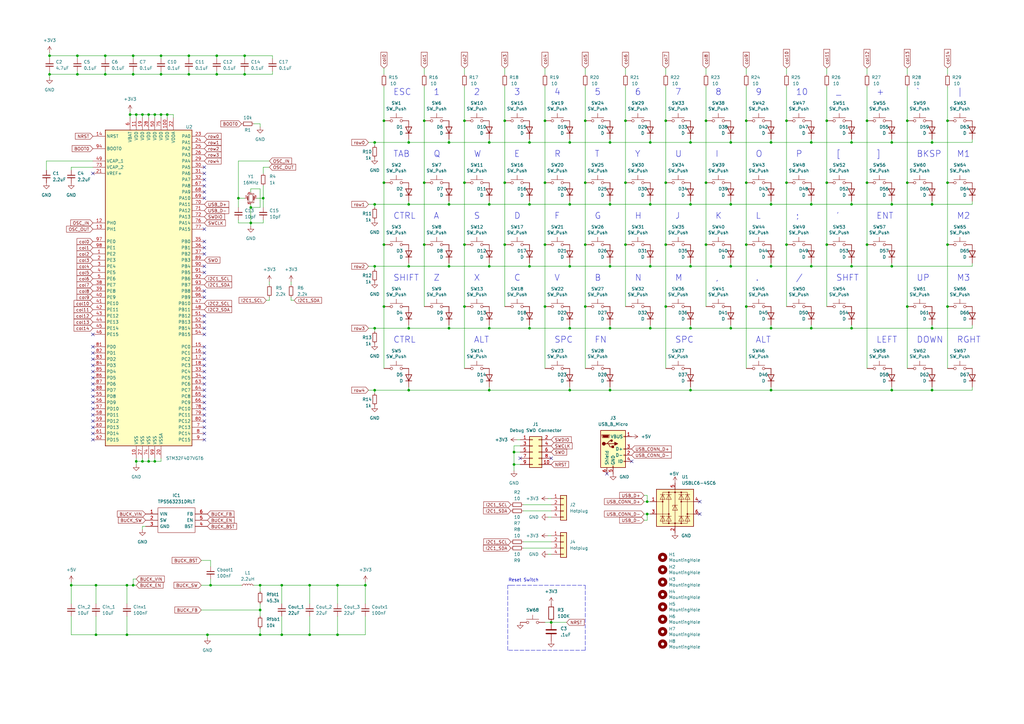
<source format=kicad_sch>
(kicad_sch (version 20211123) (generator eeschema)
  (paper "A3")
  (title_block (title "main-keyboard-pcb") (date "2022-09-25") (rev "v1.0") (company "ECE 477 Team 3"))
  (junction (at 322.58 49.53))
  (junction (at 102.87 91.44))
  (junction (at 266.7 109.22))
  (junction (at 66.04 46.99))
  (junction (at 223.52 125.73))
  (junction (at 43.18 30.48))
  (junction (at 210.82 185.42))
  (junction (at 153.67 134.62))
  (junction (at 167.64 109.22))
  (junction (at 382.27 83.82))
  (junction (at 77.47 22.86))
  (junction (at 86.36 240.03))
  (junction (at 153.67 83.82))
  (junction (at 184.15 58.42))
  (junction (at 388.62 125.73))
  (junction (at 52.07 260.35))
  (junction (at 256.54 49.53))
  (junction (at 54.61 22.86))
  (junction (at 283.21 58.42))
  (junction (at 273.05 74.93))
  (junction (at 60.96 46.99))
  (junction (at 240.03 49.53))
  (junction (at 289.56 74.93))
  (junction (at 138.43 260.35))
  (junction (at 167.64 58.42))
  (junction (at 153.67 109.22))
  (junction (at 332.74 134.62))
  (junction (at 372.11 125.73))
  (junction (at 55.88 46.99))
  (junction (at 217.17 83.82))
  (junction (at 250.19 134.62))
  (junction (at 60.96 189.23))
  (junction (at 115.57 240.03))
  (junction (at 240.03 100.33))
  (junction (at 256.54 74.93))
  (junction (at 77.47 30.48))
  (junction (at 167.64 134.62))
  (junction (at 29.21 240.03))
  (junction (at 207.01 74.93))
  (junction (at 43.18 22.86))
  (junction (at 200.66 58.42))
  (junction (at 20.32 22.86))
  (junction (at 173.99 49.53))
  (junction (at 332.74 83.82))
  (junction (at 250.19 58.42))
  (junction (at 349.25 134.62))
  (junction (at 316.23 160.02))
  (junction (at 283.21 160.02))
  (junction (at 273.05 100.33))
  (junction (at 153.67 58.42))
  (junction (at 322.58 100.33))
  (junction (at 31.75 30.48))
  (junction (at 339.09 74.93))
  (junction (at 52.07 240.03))
  (junction (at 306.07 100.33))
  (junction (at 210.82 190.5))
  (junction (at 332.74 58.42))
  (junction (at 100.33 22.86))
  (junction (at 200.66 109.22))
  (junction (at 85.09 260.35))
  (junction (at 299.72 58.42))
  (junction (at 382.27 160.02))
  (junction (at 316.23 134.62))
  (junction (at 190.5 125.73))
  (junction (at 355.6 100.33))
  (junction (at 68.58 46.99))
  (junction (at 256.54 100.33))
  (junction (at 349.25 58.42))
  (junction (at 184.15 109.22))
  (junction (at 306.07 74.93))
  (junction (at 382.27 58.42))
  (junction (at 54.61 30.48))
  (junction (at 106.68 250.19))
  (junction (at 289.56 100.33))
  (junction (at 223.52 49.53))
  (junction (at 184.15 134.62))
  (junction (at 388.62 49.53))
  (junction (at 250.19 160.02))
  (junction (at 200.66 83.82))
  (junction (at 200.66 160.02))
  (junction (at 322.58 74.93))
  (junction (at 88.9 22.86))
  (junction (at 63.5 189.23))
  (junction (at 233.68 58.42))
  (junction (at 372.11 49.53))
  (junction (at 127 240.03))
  (junction (at 53.34 46.99))
  (junction (at 316.23 109.22))
  (junction (at 240.03 125.73))
  (junction (at 157.48 74.93))
  (junction (at 365.76 58.42))
  (junction (at 372.11 74.93))
  (junction (at 355.6 74.93))
  (junction (at 115.57 260.35))
  (junction (at 190.5 100.33))
  (junction (at 102.87 85.09))
  (junction (at 184.15 83.82))
  (junction (at 349.25 109.22))
  (junction (at 173.99 100.33))
  (junction (at 58.42 46.99))
  (junction (at 283.21 134.62))
  (junction (at 316.23 58.42))
  (junction (at 66.04 30.48))
  (junction (at 20.32 30.48))
  (junction (at 217.17 109.22))
  (junction (at 240.03 74.93))
  (junction (at 355.6 49.53))
  (junction (at 167.64 83.82))
  (junction (at 127 260.35))
  (junction (at 233.68 83.82))
  (junction (at 100.33 30.48))
  (junction (at 106.68 240.03))
  (junction (at 190.5 49.53))
  (junction (at 250.19 109.22))
  (junction (at 349.25 83.82))
  (junction (at 226.06 255.27))
  (junction (at 66.04 22.86))
  (junction (at 388.62 100.33))
  (junction (at 138.43 240.03))
  (junction (at 55.88 189.23))
  (junction (at 31.75 22.86))
  (junction (at 365.76 83.82))
  (junction (at 283.21 109.22))
  (junction (at 58.42 189.23))
  (junction (at 217.17 58.42))
  (junction (at 266.7 58.42))
  (junction (at 339.09 49.53))
  (junction (at 332.74 109.22))
  (junction (at 316.23 83.82))
  (junction (at 299.72 109.22))
  (junction (at 157.48 49.53))
  (junction (at 207.01 49.53))
  (junction (at 63.5 46.99))
  (junction (at 289.56 49.53))
  (junction (at 233.68 160.02))
  (junction (at 207.01 100.33))
  (junction (at 157.48 100.33))
  (junction (at 382.27 134.62))
  (junction (at 273.05 49.53))
  (junction (at 365.76 109.22))
  (junction (at 107.95 81.28))
  (junction (at 149.86 240.03))
  (junction (at 200.66 134.62))
  (junction (at 173.99 74.93))
  (junction (at 299.72 134.62))
  (junction (at 306.07 49.53))
  (junction (at 223.52 74.93))
  (junction (at 217.17 134.62))
  (junction (at 39.37 260.35))
  (junction (at 250.19 83.82))
  (junction (at 265.43 210.82))
  (junction (at 167.64 160.02))
  (junction (at 106.68 260.35))
  (junction (at 233.68 134.62))
  (junction (at 339.09 100.33))
  (junction (at 388.62 74.93))
  (junction (at 266.7 134.62))
  (junction (at 97.79 81.28))
  (junction (at 157.48 125.73))
  (junction (at 299.72 83.82))
  (junction (at 265.43 205.74))
  (junction (at 39.37 240.03))
  (junction (at 283.21 83.82))
  (junction (at 54.61 240.03))
  (junction (at 306.07 125.73))
  (junction (at 223.52 100.33))
  (junction (at 266.7 83.82))
  (junction (at 273.05 125.73))
  (junction (at 365.76 160.02))
  (junction (at 233.68 109.22))
  (junction (at 190.5 74.93))
  (junction (at 153.67 160.02))
  (junction (at 88.9 30.48))
  (no_connect (at 38.1 167.64))
  (no_connect (at 38.1 175.26))
  (no_connect (at 38.1 172.72))
  (no_connect (at 38.1 160.02))
  (no_connect (at 38.1 157.48))
  (no_connect (at 38.1 154.94))
  (no_connect (at 38.1 152.4))
  (no_connect (at 38.1 149.86))
  (no_connect (at 38.1 147.32))
  (no_connect (at 38.1 180.34))
  (no_connect (at 38.1 177.8))
  (no_connect (at 83.82 142.24))
  (no_connect (at 83.82 165.1))
  (no_connect (at 83.82 167.64))
  (no_connect (at 83.82 170.18))
  (no_connect (at 83.82 172.72))
  (no_connect (at 83.82 175.26))
  (no_connect (at 83.82 144.78))
  (no_connect (at 83.82 147.32))
  (no_connect (at 83.82 149.86))
  (no_connect (at 83.82 157.48))
  (no_connect (at 83.82 160.02))
  (no_connect (at 83.82 162.56))
  (no_connect (at 83.82 104.14))
  (no_connect (at 83.82 109.22))
  (no_connect (at 83.82 111.76))
  (no_connect (at 83.82 119.38))
  (no_connect (at 83.82 121.92))
  (no_connect (at 83.82 177.8))
  (no_connect (at 83.82 180.34))
  (no_connect (at 83.82 78.74))
  (no_connect (at 83.82 137.16))
  (no_connect (at 83.82 76.2))
  (no_connect (at 38.1 170.18))
  (no_connect (at 226.06 187.96))
  (no_connect (at 38.1 144.78))
  (no_connect (at 38.1 142.24))
  (no_connect (at 38.1 137.16))
  (no_connect (at 38.1 162.56))
  (no_connect (at 38.1 71.12))
  (no_connect (at 38.1 165.1))
  (no_connect (at 83.82 101.6))
  (no_connect (at 83.82 129.54))
  (no_connect (at 83.82 93.98))
  (no_connect (at 83.82 99.06))
  (no_connect (at 83.82 134.62))
  (no_connect (at 83.82 81.28))
  (no_connect (at 213.36 187.96))
  (no_connect (at 83.82 152.4))
  (no_connect (at 287.02 205.74))
  (no_connect (at 287.02 210.82))
  (no_connect (at 83.82 154.94))
  (no_connect (at 248.92 194.31))
  (no_connect (at 83.82 68.58))
  (no_connect (at 83.82 71.12))
  (no_connect (at 83.82 73.66))
  (no_connect (at 259.08 189.23))
  (no_connect (at 83.82 132.08))
  (wire (pts (xy 110.49 66.04) (xy 97.79 66.04)))
  (wire (pts (xy 349.25 57.15) (xy 349.25 58.42)))
  (wire (pts (xy 110.49 115.57) (xy 110.49 116.84)))
  (wire (pts (xy 332.74 133.35) (xy 332.74 134.62)))
  (wire (pts (xy 214.63 209.55) (xy 226.06 209.55)))
  (wire (pts (xy 109.22 123.19) (xy 110.49 123.19)))
  (wire (pts (xy 167.64 58.42) (xy 184.15 58.42)))
  (wire (pts (xy 54.61 29.21) (xy 54.61 30.48)))
  (wire (pts (xy 63.5 46.99) (xy 63.5 48.26)))
  (wire (pts (xy 106.68 247.65) (xy 106.68 250.19)))
  (wire (pts (xy 77.47 30.48) (xy 88.9 30.48)))
  (wire (pts (xy 102.87 85.09) (xy 106.68 85.09)))
  (wire (pts (xy 332.74 107.95) (xy 332.74 109.22)))
  (wire (pts (xy 99.06 240.03) (xy 86.36 240.03)))
  (wire (pts (xy 100.33 81.28) (xy 97.79 81.28)))
  (wire (pts (xy 31.75 22.86) (xy 43.18 22.86)))
  (wire (pts (xy 52.07 240.03) (xy 52.07 247.65)))
  (wire (pts (xy 173.99 27.94) (xy 173.99 30.48)))
  (wire (pts (xy 388.62 100.33) (xy 388.62 125.73)))
  (wire (pts (xy 332.74 58.42) (xy 349.25 58.42)))
  (wire (pts (xy 339.09 49.53) (xy 339.09 74.93)))
  (wire (pts (xy 58.42 215.9) (xy 58.42 217.17)))
  (wire (pts (xy 256.54 27.94) (xy 256.54 30.48)))
  (wire (pts (xy 339.09 35.56) (xy 339.09 49.53)))
  (wire (pts (xy 265.43 205.74) (xy 266.7 205.74)))
  (wire (pts (xy 60.96 187.96) (xy 60.96 189.23)))
  (wire (pts (xy 210.82 190.5) (xy 213.36 190.5)))
  (wire (pts (xy 316.23 160.02) (xy 365.76 160.02)))
  (wire (pts (xy 157.48 27.94) (xy 157.48 30.48)))
  (wire (pts (xy 233.68 82.55) (xy 233.68 83.82)))
  (wire (pts (xy 167.64 158.75) (xy 167.64 160.02)))
  (wire (pts (xy 223.52 27.94) (xy 223.52 30.48)))
  (wire (pts (xy 102.87 77.47) (xy 102.87 78.74)))
  (wire (pts (xy 382.27 158.75) (xy 382.27 160.02)))
  (wire (pts (xy 388.62 27.94) (xy 388.62 30.48)))
  (wire (pts (xy 110.49 123.19) (xy 110.49 121.92)))
  (wire (pts (xy 382.27 82.55) (xy 382.27 83.82)))
  (wire (pts (xy 43.18 22.86) (xy 54.61 22.86)))
  (wire (pts (xy 217.17 57.15) (xy 217.17 58.42)))
  (wire (pts (xy 60.96 189.23) (xy 63.5 189.23)))
  (wire (pts (xy 138.43 240.03) (xy 138.43 247.65)))
  (wire (pts (xy 250.19 58.42) (xy 266.7 58.42)))
  (wire (pts (xy 388.62 35.56) (xy 388.62 49.53)))
  (wire (pts (xy 200.66 82.55) (xy 200.66 83.82)))
  (wire (pts (xy 106.68 257.81) (xy 106.68 260.35)))
  (wire (pts (xy 58.42 46.99) (xy 58.42 48.26)))
  (wire (pts (xy 20.32 22.86) (xy 20.32 24.13)))
  (wire (pts (xy 266.7 57.15) (xy 266.7 58.42)))
  (wire (pts (xy 265.43 203.2) (xy 264.16 203.2)))
  (wire (pts (xy 167.64 107.95) (xy 167.64 109.22)))
  (wire (pts (xy 398.78 133.35) (xy 398.78 134.62)))
  (wire (pts (xy 53.34 46.99) (xy 55.88 46.99)))
  (wire (pts (xy 58.42 46.99) (xy 60.96 46.99)))
  (wire (pts (xy 372.11 74.93) (xy 372.11 125.73)))
  (wire (pts (xy 306.07 27.94) (xy 306.07 30.48)))
  (wire (pts (xy 60.96 46.99) (xy 63.5 46.99)))
  (wire (pts (xy 82.55 240.03) (xy 86.36 240.03)))
  (wire (pts (xy 54.61 30.48) (xy 66.04 30.48)))
  (wire (pts (xy 200.66 133.35) (xy 200.66 134.62)))
  (wire (pts (xy 66.04 22.86) (xy 77.47 22.86)))
  (wire (pts (xy 53.34 45.72) (xy 53.34 46.99)))
  (wire (pts (xy 29.21 252.73) (xy 29.21 260.35)))
  (wire (pts (xy 283.21 82.55) (xy 283.21 83.82)))
  (wire (pts (xy 398.78 158.75) (xy 398.78 160.02)))
  (wire (pts (xy 31.75 29.21) (xy 31.75 30.48)))
  (wire (pts (xy 59.69 215.9) (xy 58.42 215.9)))
  (wire (pts (xy 20.32 29.21) (xy 20.32 30.48)))
  (wire (pts (xy 29.21 240.03) (xy 39.37 240.03)))
  (wire (pts (xy 151.13 109.22) (xy 153.67 109.22)))
  (wire (pts (xy 119.38 121.92) (xy 119.38 123.19)))
  (wire (pts (xy 115.57 260.35) (xy 127 260.35)))
  (wire (pts (xy 266.7 134.62) (xy 283.21 134.62)))
  (wire (pts (xy 349.25 83.82) (xy 365.76 83.82)))
  (wire (pts (xy 39.37 240.03) (xy 52.07 240.03)))
  (wire (pts (xy 115.57 260.35) (xy 115.57 252.73)))
  (wire (pts (xy 372.11 35.56) (xy 372.11 49.53)))
  (wire (pts (xy 102.87 91.44) (xy 102.87 92.71)))
  (wire (pts (xy 355.6 100.33) (xy 355.6 151.13)))
  (wire (pts (xy 107.95 81.28) (xy 107.95 85.09)))
  (wire (pts (xy 63.5 46.99) (xy 66.04 46.99)))
  (wire (pts (xy 184.15 57.15) (xy 184.15 58.42)))
  (wire (pts (xy 127 240.03) (xy 138.43 240.03)))
  (wire (pts (xy 173.99 49.53) (xy 173.99 74.93)))
  (wire (pts (xy 372.11 27.94) (xy 372.11 30.48)))
  (wire (pts (xy 88.9 22.86) (xy 88.9 24.13)))
  (wire (pts (xy 210.82 190.5) (xy 210.82 193.04)))
  (wire (pts (xy 104.14 50.8) (xy 106.68 50.8)))
  (wire (pts (xy 233.68 160.02) (xy 250.19 160.02)))
  (wire (pts (xy 332.74 134.62) (xy 349.25 134.62)))
  (wire (pts (xy 223.52 100.33) (xy 223.52 125.73)))
  (wire (pts (xy 299.72 57.15) (xy 299.72 58.42)))
  (wire (pts (xy 273.05 35.56) (xy 273.05 49.53)))
  (wire (pts (xy 52.07 240.03) (xy 54.61 240.03)))
  (wire (pts (xy 266.7 82.55) (xy 266.7 83.82)))
  (wire (pts (xy 223.52 255.27) (xy 226.06 255.27)))
  (wire (pts (xy 210.82 185.42) (xy 210.82 190.5)))
  (wire (pts (xy 167.64 134.62) (xy 184.15 134.62)))
  (wire (pts (xy 66.04 187.96) (xy 66.04 189.23)))
  (wire (pts (xy 153.67 134.62) (xy 167.64 134.62)))
  (wire (pts (xy 106.68 240.03) (xy 104.14 240.03)))
  (wire (pts (xy 29.21 260.35) (xy 39.37 260.35)))
  (wire (pts (xy 106.68 250.19) (xy 106.68 252.73)))
  (wire (pts (xy 382.27 133.35) (xy 382.27 134.62)))
  (wire (pts (xy 102.87 83.82) (xy 102.87 85.09)))
  (wire (pts (xy 82.55 250.19) (xy 106.68 250.19)))
  (wire (pts (xy 119.38 115.57) (xy 119.38 116.84)))
  (wire (pts (xy 250.19 158.75) (xy 250.19 160.02)))
  (wire (pts (xy 250.19 82.55) (xy 250.19 83.82)))
  (wire (pts (xy 250.19 160.02) (xy 283.21 160.02)))
  (wire (pts (xy 54.61 240.03) (xy 55.88 240.03)))
  (wire (pts (xy 43.18 30.48) (xy 54.61 30.48)))
  (wire (pts (xy 184.15 134.62) (xy 200.66 134.62)))
  (wire (pts (xy 58.42 187.96) (xy 58.42 189.23)))
  (wire (pts (xy 60.96 46.99) (xy 60.96 48.26)))
  (wire (pts (xy 100.33 22.86) (xy 88.9 22.86)))
  (wire (pts (xy 19.05 69.85) (xy 19.05 66.04)))
  (wire (pts (xy 107.95 71.12) (xy 107.95 68.58)))
  (wire (pts (xy 167.64 133.35) (xy 167.64 134.62)))
  (wire (pts (xy 233.68 107.95) (xy 233.68 109.22)))
  (wire (pts (xy 167.64 160.02) (xy 200.66 160.02)))
  (wire (pts (xy 55.88 46.99) (xy 55.88 48.26)))
  (wire (pts (xy 127 240.03) (xy 127 247.65)))
  (wire (pts (xy 217.17 107.95) (xy 217.17 109.22)))
  (wire (pts (xy 289.56 74.93) (xy 289.56 100.33)))
  (wire (pts (xy 214.63 207.01) (xy 226.06 207.01)))
  (wire (pts (xy 339.09 27.94) (xy 339.09 30.48)))
  (wire (pts (xy 388.62 49.53) (xy 388.62 74.93)))
  (wire (pts (xy 43.18 29.21) (xy 43.18 30.48)))
  (wire (pts (xy 184.15 58.42) (xy 200.66 58.42)))
  (wire (pts (xy 107.95 76.2) (xy 107.95 81.28)))
  (wire (pts (xy 265.43 210.82) (xy 265.43 213.36)))
  (wire (pts (xy 283.21 133.35) (xy 283.21 134.62)))
  (wire (pts (xy 398.78 82.55) (xy 398.78 83.82)))
  (wire (pts (xy 349.25 58.42) (xy 365.76 58.42)))
  (wire (pts (xy 66.04 46.99) (xy 66.04 48.26)))
  (wire (pts (xy 77.47 22.86) (xy 77.47 24.13)))
  (wire (pts (xy 97.79 91.44) (xy 102.87 91.44)))
  (wire (pts (xy 382.27 83.82) (xy 398.78 83.82)))
  (wire (pts (xy 190.5 100.33) (xy 190.5 125.73)))
  (wire (pts (xy 82.55 229.87) (xy 86.36 229.87)))
  (wire (pts (xy 52.07 260.35) (xy 39.37 260.35)))
  (wire (pts (xy 299.72 107.95) (xy 299.72 109.22)))
  (wire (pts (xy 265.43 213.36) (xy 264.16 213.36)))
  (wire (pts (xy 316.23 57.15) (xy 316.23 58.42)))
  (wire (pts (xy 355.6 74.93) (xy 355.6 100.33)))
  (wire (pts (xy 52.07 260.35) (xy 85.09 260.35)))
  (wire (pts (xy 31.75 30.48) (xy 43.18 30.48)))
  (wire (pts (xy 299.72 109.22) (xy 316.23 109.22)))
  (wire (pts (xy 283.21 160.02) (xy 316.23 160.02)))
  (wire (pts (xy 105.41 81.28) (xy 107.95 81.28)))
  (wire (pts (xy 233.68 109.22) (xy 250.19 109.22)))
  (wire (pts (xy 233.68 83.82) (xy 250.19 83.82)))
  (wire (pts (xy 355.6 49.53) (xy 355.6 74.93)))
  (wire (pts (xy 223.52 125.73) (xy 223.52 151.13)))
  (wire (pts (xy 184.15 107.95) (xy 184.15 109.22)))
  (wire (pts (xy 233.68 58.42) (xy 250.19 58.42)))
  (wire (pts (xy 100.33 24.13) (xy 100.33 22.86)))
  (wire (pts (xy 167.64 82.55) (xy 167.64 83.82)))
  (wire (pts (xy 213.36 182.88) (xy 210.82 182.88)))
  (wire (pts (xy 339.09 74.93) (xy 339.09 100.33)))
  (wire (pts (xy 190.5 125.73) (xy 190.5 151.13)))
  (wire (pts (xy 250.19 109.22) (xy 266.7 109.22)))
  (wire (pts (xy 157.48 35.56) (xy 157.48 49.53)))
  (wire (pts (xy 77.47 22.86) (xy 88.9 22.86)))
  (wire (pts (xy 240.03 35.56) (xy 240.03 49.53)))
  (wire (pts (xy 398.78 107.95) (xy 398.78 109.22)))
  (wire (pts (xy 355.6 27.94) (xy 355.6 30.48)))
  (wire (pts (xy 299.72 134.62) (xy 316.23 134.62)))
  (wire (pts (xy 306.07 49.53) (xy 306.07 74.93)))
  (wire (pts (xy 106.68 85.09) (xy 106.68 77.47)))
  (wire (pts (xy 233.68 158.75) (xy 233.68 160.02)))
  (wire (pts (xy 68.58 46.99) (xy 68.58 48.26)))
  (wire (pts (xy 240.03 100.33) (xy 240.03 125.73)))
  (wire (pts (xy 283.21 58.42) (xy 299.72 58.42)))
  (wire (pts (xy 97.79 66.04) (xy 97.79 81.28)))
  (wire (pts (xy 71.12 46.99) (xy 68.58 46.99)))
  (wire (pts (xy 217.17 133.35) (xy 217.17 134.62)))
  (wire (pts (xy 207.01 27.94) (xy 207.01 30.48)))
  (wire (pts (xy 224.79 227.33) (xy 226.06 227.33)))
  (wire (pts (xy 55.88 187.96) (xy 55.88 189.23)))
  (wire (pts (xy 66.04 29.21) (xy 66.04 30.48)))
  (wire (pts (xy 289.56 49.53) (xy 289.56 74.93)))
  (wire (pts (xy 306.07 74.93) (xy 306.07 100.33)))
  (wire (pts (xy 54.61 237.49) (xy 55.88 237.49)))
  (wire (pts (xy 20.32 21.59) (xy 20.32 22.86)))
  (wire (pts (xy 184.15 133.35) (xy 184.15 134.62)))
  (wire (pts (xy 97.79 81.28) (xy 97.79 85.09)))
  (wire (pts (xy 190.5 74.93) (xy 190.5 100.33)))
  (wire (pts (xy 52.07 260.35) (xy 52.07 252.73)))
  (wire (pts (xy 372.11 49.53) (xy 372.11 74.93)))
  (wire (pts (xy 31.75 22.86) (xy 31.75 24.13)))
  (wire (pts (xy 106.68 50.8) (xy 106.68 52.07)))
  (wire (pts (xy 316.23 107.95) (xy 316.23 109.22)))
  (wire (pts (xy 153.67 160.02) (xy 167.64 160.02)))
  (wire (pts (xy 54.61 240.03) (xy 54.61 237.49)))
  (wire (pts (xy 111.76 30.48) (xy 100.33 30.48)))
  (wire (pts (xy 63.5 189.23) (xy 66.04 189.23)))
  (wire (pts (xy 86.36 229.87) (xy 86.36 232.41)))
  (wire (pts (xy 173.99 74.93) (xy 173.99 100.33)))
  (wire (pts (xy 151.13 160.02) (xy 153.67 160.02)))
  (wire (pts (xy 322.58 27.94) (xy 322.58 30.48)))
  (wire (pts (xy 107.95 90.17) (xy 107.95 91.44)))
  (wire (pts (xy 365.76 107.95) (xy 365.76 109.22)))
  (wire (pts (xy 200.66 109.22) (xy 217.17 109.22)))
  (wire (pts (xy 388.62 125.73) (xy 388.62 151.13)))
  (wire (pts (xy 88.9 30.48) (xy 100.33 30.48)))
  (wire (pts (xy 365.76 160.02) (xy 382.27 160.02)))
  (wire (pts (xy 55.88 46.99) (xy 58.42 46.99)))
  (wire (pts (xy 283.21 107.95) (xy 283.21 109.22)))
  (wire (pts (xy 115.57 240.03) (xy 127 240.03)))
  (wire (pts (xy 53.34 46.99) (xy 53.34 48.26)))
  (wire (pts (xy 151.13 83.82) (xy 153.67 83.82)))
  (wire (pts (xy 200.66 134.62) (xy 217.17 134.62)))
  (wire (pts (xy 167.64 83.82) (xy 184.15 83.82)))
  (wire (pts (xy 167.64 109.22) (xy 184.15 109.22)))
  (wire (pts (xy 240.03 125.73) (xy 240.03 151.13)))
  (wire (pts (xy 316.23 133.35) (xy 316.23 134.62)))
  (wire (pts (xy 365.76 58.42) (xy 382.27 58.42)))
  (wire (pts (xy 349.25 109.22) (xy 365.76 109.22)))
  (wire (pts (xy 365.76 82.55) (xy 365.76 83.82)))
  (wire (pts (xy 226.06 255.27) (xy 232.41 255.27)))
  (wire (pts (xy 151.13 58.42) (xy 153.67 58.42)))
  (wire (pts (xy 266.7 109.22) (xy 283.21 109.22)))
  (wire (pts (xy 106.68 242.57) (xy 106.68 240.03)))
  (wire (pts (xy 266.7 58.42) (xy 283.21 58.42)))
  (wire (pts (xy 200.66 158.75) (xy 200.66 160.02)))
  (wire (pts (xy 316.23 58.42) (xy 332.74 58.42)))
  (wire (pts (xy 153.67 109.22) (xy 167.64 109.22)))
  (wire (pts (xy 382.27 160.02) (xy 398.78 160.02)))
  (wire (pts (xy 207.01 100.33) (xy 207.01 125.73)))
  (wire (pts (xy 265.43 205.74) (xy 265.43 203.2)))
  (wire (pts (xy 372.11 125.73) (xy 372.11 151.13)))
  (wire (pts (xy 306.07 35.56) (xy 306.07 49.53)))
  (wire (pts (xy 299.72 83.82) (xy 316.23 83.82)))
  (wire (pts (xy 184.15 83.82) (xy 200.66 83.82)))
  (wire (pts (xy 332.74 82.55) (xy 332.74 83.82)))
  (wire (pts (xy 207.01 35.56) (xy 207.01 49.53)))
  (wire (pts (xy 250.19 133.35) (xy 250.19 134.62)))
  (wire (pts (xy 273.05 125.73) (xy 273.05 151.13)))
  (wire (pts (xy 233.68 133.35) (xy 233.68 134.62)))
  (wire (pts (xy 97.79 90.17) (xy 97.79 91.44)))
  (wire (pts (xy 54.61 22.86) (xy 66.04 22.86)))
  (wire (pts (xy 256.54 49.53) (xy 256.54 74.93)))
  (wire (pts (xy 20.32 22.86) (xy 31.75 22.86)))
  (wire (pts (xy 138.43 260.35) (xy 149.86 260.35)))
  (wire (pts (xy 190.5 35.56) (xy 190.5 49.53)))
  (wire (pts (xy 266.7 83.82) (xy 283.21 83.82)))
  (wire (pts (xy 115.57 240.03) (xy 115.57 247.65)))
  (wire (pts (xy 63.5 187.96) (xy 63.5 189.23)))
  (wire (pts (xy 29.21 238.76) (xy 29.21 240.03)))
  (wire (pts (xy 273.05 27.94) (xy 273.05 30.48)))
  (wire (pts (xy 265.43 210.82) (xy 266.7 210.82)))
  (wire (pts (xy 29.21 69.85) (xy 29.21 68.58)))
  (wire (pts (xy 100.33 22.86) (xy 111.76 22.86)))
  (wire (pts (xy 39.37 260.35) (xy 39.37 252.73)))
  (wire (pts (xy 264.16 205.74) (xy 265.43 205.74)))
  (wire (pts (xy 217.17 134.62) (xy 233.68 134.62)))
  (wire (pts (xy 256.54 100.33) (xy 256.54 125.73)))
  (wire (pts (xy 365.76 158.75) (xy 365.76 160.02)))
  (wire (pts (xy 224.79 219.71) (xy 226.06 219.71)))
  (wire (pts (xy 316.23 158.75) (xy 316.23 160.02)))
  (wire (pts (xy 283.21 57.15) (xy 283.21 58.42)))
  (wire (pts (xy 20.32 30.48) (xy 20.32 31.75)))
  (wire (pts (xy 207.01 74.93) (xy 207.01 100.33)))
  (wire (pts (xy 106.68 77.47) (xy 102.87 77.47)))
  (wire (pts (xy 157.48 74.93) (xy 157.48 100.33)))
  (wire (pts (xy 224.79 212.09) (xy 226.06 212.09)))
  (wire (pts (xy 149.86 240.03) (xy 149.86 247.65)))
  (polyline (pts (xy 208.28 266.7) (xy 208.28 240.03)))
  (wire (pts (xy 106.68 260.35) (xy 115.57 260.35)))
  (wire (pts (xy 316.23 134.62) (xy 332.74 134.62)))
  (wire (pts (xy 322.58 74.93) (xy 322.58 100.33)))
  (wire (pts (xy 365.76 83.82) (xy 382.27 83.82)))
  (wire (pts (xy 332.74 83.82) (xy 349.25 83.82)))
  (wire (pts (xy 217.17 82.55) (xy 217.17 83.82)))
  (wire (pts (xy 71.12 48.26) (xy 71.12 46.99)))
  (wire (pts (xy 157.48 49.53) (xy 157.48 74.93)))
  (wire (pts (xy 349.25 134.62) (xy 382.27 134.62)))
  (wire (pts (xy 322.58 49.53) (xy 322.58 74.93)))
  (wire (pts (xy 250.19 57.15) (xy 250.19 58.42)))
  (wire (pts (xy 19.05 66.04) (xy 38.1 66.04)))
  (wire (pts (xy 250.19 83.82) (xy 266.7 83.82)))
  (wire (pts (xy 55.88 189.23) (xy 58.42 189.23)))
  (wire (pts (xy 283.21 83.82) (xy 299.72 83.82)))
  (wire (pts (xy 20.32 30.48) (xy 31.75 30.48)))
  (wire (pts (xy 217.17 58.42) (xy 233.68 58.42)))
  (wire (pts (xy 283.21 109.22) (xy 299.72 109.22)))
  (wire (pts (xy 77.47 29.21) (xy 77.47 30.48)))
  (wire (pts (xy 316.23 109.22) (xy 332.74 109.22)))
  (wire (pts (xy 167.64 57.15) (xy 167.64 58.42)))
  (wire (pts (xy 382.27 57.15) (xy 382.27 58.42)))
  (wire (pts (xy 200.66 83.82) (xy 217.17 83.82)))
  (wire (pts (xy 398.78 57.15) (xy 398.78 58.42)))
  (wire (pts (xy 316.23 83.82) (xy 332.74 83.82)))
  (wire (pts (xy 29.21 247.65) (xy 29.21 240.03)))
  (wire (pts (xy 306.07 100.33) (xy 306.07 125.73)))
  (wire (pts (xy 273.05 49.53) (xy 273.05 74.93)))
  (wire (pts (xy 299.72 82.55) (xy 299.72 83.82)))
  (wire (pts (xy 173.99 100.33) (xy 173.99 125.73)))
  (wire (pts (xy 355.6 35.56) (xy 355.6 49.53)))
  (wire (pts (xy 217.17 109.22) (xy 233.68 109.22)))
  (wire (pts (xy 149.86 260.35) (xy 149.86 252.73)))
  (wire (pts (xy 119.38 123.19) (xy 120.65 123.19)))
  (wire (pts (xy 54.61 22.86) (xy 54.61 24.13)))
  (wire (pts (xy 200.66 107.95) (xy 200.66 109.22)))
  (wire (pts (xy 233.68 134.62) (xy 250.19 134.62)))
  (wire (pts (xy 153.67 83.82) (xy 167.64 83.82)))
  (wire (pts (xy 200.66 57.15) (xy 200.66 58.42)))
  (wire (pts (xy 233.68 57.15) (xy 233.68 58.42)))
  (wire (pts (xy 224.79 204.47) (xy 226.06 204.47)))
  (wire (pts (xy 153.67 134.62) (xy 153.67 135.89)))
  (wire (pts (xy 264.16 210.82) (xy 265.43 210.82)))
  (wire (pts (xy 322.58 35.56) (xy 322.58 49.53)))
  (wire (pts (xy 223.52 49.53) (xy 223.52 74.93)))
  (wire (pts (xy 240.03 49.53) (xy 240.03 74.93)))
  (wire (pts (xy 58.42 189.23) (xy 60.96 189.23)))
  (wire (pts (xy 107.95 68.58) (xy 110.49 68.58)))
  (wire (pts (xy 283.21 158.75) (xy 283.21 160.02)))
  (wire (pts (xy 151.13 134.62) (xy 153.67 134.62)))
  (wire (pts (xy 66.04 30.48) (xy 77.47 30.48)))
  (wire (pts (xy 39.37 247.65) (xy 39.37 240.03)))
  (wire (pts (xy 153.67 109.22) (xy 153.67 110.49)))
  (wire (pts (xy 289.56 35.56) (xy 289.56 49.53)))
  (wire (pts (xy 153.67 58.42) (xy 167.64 58.42)))
  (wire (pts (xy 299.72 133.35) (xy 299.72 134.62)))
  (wire (pts (xy 306.07 125.73) (xy 306.07 151.13)))
  (wire (pts (xy 200.66 160.02) (xy 233.68 160.02)))
  (wire (pts (xy 266.7 107.95) (xy 266.7 109.22)))
  (wire (pts (xy 111.76 22.86) (xy 111.76 24.13)))
  (wire (pts (xy 273.05 74.93) (xy 273.05 100.33)))
  (wire (pts (xy 107.95 91.44) (xy 102.87 91.44)))
  (wire (pts (xy 157.48 100.33) (xy 157.48 125.73)))
  (wire (pts (xy 382.27 134.62) (xy 398.78 134.62)))
  (wire (pts (xy 256.54 74.93) (xy 256.54 100.33)))
  (wire (pts (xy 157.48 125.73) (xy 157.48 151.13)))
  (wire (pts (xy 332.74 57.15) (xy 332.74 58.42)))
  (wire (pts (xy 212.09 180.34) (xy 213.36 180.34)))
  (wire (pts (xy 289.56 100.33) (xy 289.56 125.73)))
  (wire (pts (xy 184.15 82.55) (xy 184.15 83.82)))
  (wire (pts (xy 240.03 27.94) (xy 240.03 30.48)))
  (wire (pts (xy 332.74 109.22) (xy 349.25 109.22)))
  (wire (pts (xy 102.87 85.09) (xy 102.87 91.44)))
  (wire (pts (xy 149.86 238.76) (xy 149.86 240.03)))
  (wire (pts (xy 43.18 22.86) (xy 43.18 24.13)))
  (wire (pts (xy 316.23 82.55) (xy 316.23 83.82)))
  (wire (pts (xy 85.09 260.35) (xy 106.68 260.35)))
  (wire (pts (xy 127 252.73) (xy 127 260.35)))
  (wire (pts (xy 256.54 35.56) (xy 256.54 49.53)))
  (wire (pts (xy 365.76 57.15) (xy 365.76 58.42)))
  (wire (pts (xy 88.9 30.48) (xy 88.9 29.21)))
  (wire (pts (xy 138.43 260.35) (xy 138.43 252.73)))
  (wire (pts (xy 250.19 107.95) (xy 250.19 109.22)))
  (wire (pts (xy 106.68 240.03) (xy 115.57 240.03)))
  (wire (pts (xy 339.09 100.33) (xy 339.09 125.73)))
  (wire (pts (xy 223.52 35.56) (xy 223.52 49.53)))
  (polyline (pts (xy 209.55 240.03) (xy 240.03 240.03)))
  (wire (pts (xy 138.43 240.03) (xy 149.86 240.03)))
  (polyline (pts (xy 240.03 266.7) (xy 208.28 266.7)))
  (wire (pts (xy 207.01 49.53) (xy 207.01 74.93)))
  (wire (pts (xy 100.33 30.48) (xy 100.33 29.21)))
  (polyline (pts (xy 240.03 240.03) (xy 240.03 266.7)))
  (wire (pts (xy 29.21 68.58) (xy 38.1 68.58)))
  (wire (pts (xy 349.25 82.55) (xy 349.25 83.82)))
  (wire (pts (xy 153.67 83.82) (xy 153.67 85.09)))
  (wire (pts (xy 217.17 83.82) (xy 233.68 83.82)))
  (wire (pts (xy 184.15 109.22) (xy 200.66 109.22)))
  (wire (pts (xy 289.56 27.94) (xy 289.56 30.48)))
  (wire (pts (xy 66.04 46.99) (xy 68.58 46.99)))
  (wire (pts (xy 173.99 35.56) (xy 173.99 49.53)))
  (wire (pts (xy 250.19 134.62) (xy 266.7 134.62)))
  (wire (pts (xy 240.03 74.93) (xy 240.03 100.33)))
  (wire (pts (xy 273.05 100.33) (xy 273.05 125.73)))
  (wire (pts (xy 349.25 107.95) (xy 349.25 109.22)))
  (wire (pts (xy 86.36 240.03) (xy 86.36 237.49)))
  (polyline (pts (xy 208.28 240.03) (xy 209.55 240.03)))
  (wire (pts (xy 190.5 27.94) (xy 190.5 30.48)))
  (wire (pts (xy 210.82 182.88) (xy 210.82 185.42)))
  (wire (pts (xy 388.62 74.93) (xy 388.62 100.33)))
  (wire (pts (xy 210.82 185.42) (xy 213.36 185.42)))
  (wire (pts (xy 223.52 74.93) (xy 223.52 100.33)))
  (wire (pts (xy 322.58 100.33) (xy 322.58 125.73)))
  (wire (pts (xy 200.66 58.42) (xy 217.17 58.42)))
  (wire (pts (xy 153.67 58.42) (xy 153.67 59.69)))
  (wire (pts (xy 214.63 222.25) (xy 226.06 222.25)))
  (wire (pts (xy 66.04 22.86) (xy 66.04 24.13)))
  (wire (pts (xy 190.5 49.53) (xy 190.5 74.93)))
  (wire (pts (xy 382.27 58.42) (xy 398.78 58.42)))
  (wire (pts (xy 214.63 224.79) (xy 226.06 224.79)))
  (wire (pts (xy 266.7 133.35) (xy 266.7 134.62)))
  (wire (pts (xy 111.76 29.21) (xy 111.76 30.48)))
  (wire (pts (xy 349.25 133.35) (xy 349.25 134.62)))
  (wire (pts (xy 85.09 260.35) (xy 85.09 261.62)))
  (wire (pts (xy 127 260.35) (xy 138.43 260.35)))
  (wire (pts (xy 365.76 109.22) (xy 398.78 109.22)))
  (wire (pts (xy 283.21 134.62) (xy 299.72 134.62)))
  (wire (pts (xy 55.88 189.23) (xy 55.88 190.5)))
  (wire (pts (xy 299.72 58.42) (xy 316.23 58.42)))
  (wire (pts (xy 153.67 160.02) (xy 153.67 161.29)))
  (text "D" (at 210.82 90.17 0) (effects (font (size 2.54 2.54)) (justify left bottom)))
  (text "8" (at 293.37 39.37 0) (effects (font (size 2.54 2.54)) (justify left bottom)))
  (text "10" (at 326.39 39.37 0) (effects (font (size 2.54 2.54)) (justify left bottom)))
  (text "TAB" (at 161.29 64.77 0) (effects (font (size 2.54 2.54)) (justify left bottom)))
  (text "K" (at 293.37 90.17 0) (effects (font (size 2.54 2.54)) (justify left bottom)))
  (text "V" (at 227.33 115.57 0) (effects (font (size 2.54 2.54)) (justify left bottom)))
  (text "SPC" (at 227.33 140.97 0) (effects (font (size 2.54 2.54)) (justify left bottom)))
  (text "P" (at 326.39 64.77 0) (effects (font (size 2.54 2.54)) (justify left bottom)))
  (text "1" (at 177.8 39.37 0) (effects (font (size 2.54 2.54)) (justify left bottom)))
  (text "M3" (at 392.43 115.57 0) (effects (font (size 2.54 2.54)) (justify left bottom)))
  (text "E" (at 210.82 64.77 0) (effects (font (size 2.54 2.54)) (justify left bottom)))
  (text "ESC" (at 161.29 39.37 0) (effects (font (size 2.54 2.54)) (justify left bottom)))
  (text "M1" (at 392.43 64.77 0) (effects (font (size 2.54 2.54)) (justify left bottom)))
  (text "RGHT\n" (at 392.43 140.97 0) (effects (font (size 2.54 2.54)) (justify left bottom)))
  (text "]" (at 359.41 64.77 0) (effects (font (size 2.54 2.54)) (justify left bottom)))
  (text "/" (at 326.39 115.57 0) (effects (font (size 2.54 2.54)) (justify left bottom)))
  (text "ALT" (at 309.88 140.97 0) (effects (font (size 2.54 2.54)) (justify left bottom)))
  (text "Z" (at 177.8 115.57 0) (effects (font (size 2.54 2.54)) (justify left bottom)))
  (text "5" (at 243.84 39.37 0) (effects (font (size 2.54 2.54)) (justify left bottom)))
  (text "N" (at 260.35 115.57 0) (effects (font (size 2.54 2.54)) (justify left bottom)))
  (text "'" (at 342.9 90.17 0) (effects (font (size 2.54 2.54)) (justify left bottom)))
  (text "I" (at 293.37 64.77 0) (effects (font (size 2.54 2.54)) (justify left bottom)))
  (text "SPC" (at 276.86 140.97 0) (effects (font (size 2.54 2.54)) (justify left bottom)))
  (text "J" (at 276.86 90.17 0) (effects (font (size 2.54 2.54)) (justify left bottom)))
  (text "G" (at 243.84 90.17 0) (effects (font (size 2.54 2.54)) (justify left bottom)))
  (text "ENT" (at 359.41 90.17 0) (effects (font (size 2.54 2.54)) (justify left bottom)))
  (text "C" (at 210.82 115.57 0) (effects (font (size 2.54 2.54)) (justify left bottom)))
  (text ";" (at 326.39 90.17 0) (effects (font (size 2.54 2.54)) (justify left bottom)))
  (text "+" (at 359.41 39.37 0) (effects (font (size 2.54 2.54)) (justify left bottom)))
  (text "`" (at 375.92 39.37 0) (effects (font (size 2.54 2.54)) (justify left bottom)))
  (text "B" (at 243.84 115.57 0) (effects (font (size 2.54 2.54)) (justify left bottom)))
  (text "," (at 293.37 115.57 0) (effects (font (size 2.54 2.54)) (justify left bottom)))
  (text "L" (at 309.88 90.17 0) (effects (font (size 2.54 2.54)) (justify left bottom)))
  (text "6" (at 260.35 39.37 0) (effects (font (size 2.54 2.54)) (justify left bottom)))
  (text "H" (at 260.35 90.17 0) (effects (font (size 2.54 2.54)) (justify left bottom)))
  (text "ALT" (at 194.31 140.97 0) (effects (font (size 2.54 2.54)) (justify left bottom)))
  (text "3" (at 210.82 39.37 0) (effects (font (size 2.54 2.54)) (justify left bottom)))
  (text "LEFT" (at 359.41 140.97 0) (effects (font (size 2.54 2.54)) (justify left bottom)))
  (text ".\n" (at 309.88 115.57 0) (effects (font (size 2.54 2.54)) (justify left bottom)))
  (text "M2" (at 392.43 90.17 0) (effects (font (size 2.54 2.54)) (justify left bottom)))
  (text "|" (at 392.43 39.37 0) (effects (font (size 2.54 2.54)) (justify left bottom)))
  (text "BKSP" (at 375.92 64.77 0) (effects (font (size 2.54 2.54)) (justify left bottom)))
  (text "SHIFT" (at 161.29 115.57 0) (effects (font (size 2.54 2.54)) (justify left bottom)))
  (text "7" (at 276.86 39.37 0) (effects (font (size 2.54 2.54)) (justify left bottom)))
  (text "4" (at 227.33 39.37 0) (effects (font (size 2.54 2.54)) (justify left bottom)))
  (text "FN" (at 243.84 140.97 0) (effects (font (size 2.54 2.54)) (justify left bottom)))
  (text "_" (at 342.9 39.37 0) (effects (font (size 2.54 2.54)) (justify left bottom)))
  (text "M" (at 276.86 115.57 0) (effects (font (size 2.54 2.54)) (justify left bottom)))
  (text "R" (at 227.33 64.77 0) (effects (font (size 2.54 2.54)) (justify left bottom)))
  (text "S" (at 194.31 90.17 0) (effects (font (size 2.54 2.54)) (justify left bottom)))
  (text "2" (at 194.31 39.37 0) (effects (font (size 2.54 2.54)) (justify left bottom)))
  (text "F" (at 227.33 90.17 0) (effects (font (size 2.54 2.54)) (justify left bottom)))
  (text "U" (at 276.86 64.77 0) (effects (font (size 2.54 2.54)) (justify left bottom)))
  (text "Reset Switch\n" (at 220.98 238.76 180) (effects (font (size 1.27 1.27)) (justify right bottom)))
  (text "9" (at 309.88 39.37 0) (effects (font (size 2.54 2.54)) (justify left bottom)))
  (text "Y" (at 260.35 64.77 0) (effects (font (size 2.54 2.54)) (justify left bottom)))
  (text "T" (at 243.84 64.77 0) (effects (font (size 2.54 2.54)) (justify left bottom)))
  (text "UP" (at 375.92 115.57 0) (effects (font (size 2.54 2.54)) (justify left bottom)))
  (text "CTRL" (at 161.29 140.97 0) (effects (font (size 2.54 2.54)) (justify left bottom)))
  (text "Q" (at 177.8 64.77 0) (effects (font (size 2.54 2.54)) (justify left bottom)))
  (text "SHFT" (at 342.9 115.57 0) (effects (font (size 2.54 2.54)) (justify left bottom)))
  (text "DOWN" (at 375.92 140.97 0) (effects (font (size 2.54 2.54)) (justify left bottom)))
  (text "W" (at 194.31 64.77 0) (effects (font (size 2.54 2.54)) (justify left bottom)))
  (text "[" (at 342.9 64.77 0) (effects (font (size 2.54 2.54)) (justify left bottom)))
  (text "O" (at 309.88 64.77 0) (effects (font (size 2.54 2.54)) (justify left bottom)))
  (text "CTRL" (at 161.29 90.17 0) (effects (font (size 2.54 2.54)) (justify left bottom)))
  (text "X" (at 194.31 115.57 0) (effects (font (size 2.54 2.54)) (justify left bottom)))
  (text "A" (at 177.8 90.17 0) (effects (font (size 2.54 2.54)) (justify left bottom)))
  (global_label "col11" (shape input) (at 339.09 27.94 90) (property "Intersheet References" "${INTERSHEET_REFS}" (effects hide)))
  (global_label "USB_CONN_D-" (shape input) (at 264.16 210.82 180) (property "Intersheet References" "${INTERSHEET_REFS}" (effects hide)))
  (global_label "USB_D+" (shape input) (at 264.16 203.2 180) (property "Intersheet References" "${INTERSHEET_REFS}" (effects hide)))
  (global_label "USB_CONN_D-" (shape input) (at 259.08 186.69 0) (property "Intersheet References" "${INTERSHEET_REFS}" (effects hide)))
  (global_label "col9" (shape input) (at 38.1 121.92 180) (property "Intersheet References" "${INTERSHEET_REFS}" (effects hide)))
  (global_label "col2" (shape input) (at 38.1 104.14 180) (property "Intersheet References" "${INTERSHEET_REFS}" (effects hide)))
  (global_label "I2C1_SCL" (shape input) (at 83.82 114.3 0) (property "Intersheet References" "${INTERSHEET_REFS}" (effects hide)))
  (global_label "I2C1_SCL" (shape input) (at 109.22 123.19 180) (property "Intersheet References" "${INTERSHEET_REFS}" (effects hide)))
  (global_label "col6" (shape input) (at 256.54 27.94 90) (property "Intersheet References" "${INTERSHEET_REFS}" (effects hide)))
  (global_label "row4" (shape input) (at 83.82 66.04 0) (property "Intersheet References" "${INTERSHEET_REFS}" (effects hide)))
  (global_label "col4" (shape input) (at 223.52 27.94 90) (property "Intersheet References" "${INTERSHEET_REFS}" (effects hide)))
  (global_label "I2C1_SDA" (shape input) (at 209.55 209.55 180) (property "Intersheet References" "${INTERSHEET_REFS}" (effects hide)))
  (global_label "col7" (shape input) (at 38.1 116.84 180) (property "Intersheet References" "${INTERSHEET_REFS}" (effects hide)))
  (global_label "col0" (shape input) (at 38.1 99.06 180) (property "Intersheet References" "${INTERSHEET_REFS}" (effects hide)))
  (global_label "OSC_OUT" (shape input) (at 110.49 68.58 0) (property "Intersheet References" "${INTERSHEET_REFS}" (effects hide)))
  (global_label "row3" (shape input) (at 151.13 134.62 180) (property "Intersheet References" "${INTERSHEET_REFS}" (effects hide)))
  (global_label "col8" (shape input) (at 38.1 119.38 180) (property "Intersheet References" "${INTERSHEET_REFS}" (effects hide)))
  (global_label "col14" (shape input) (at 38.1 134.62 180) (property "Intersheet References" "${INTERSHEET_REFS}" (effects hide)))
  (global_label "NRST" (shape input) (at 38.1 55.88 180) (property "Intersheet References" "${INTERSHEET_REFS}" (effects hide)))
  (global_label "row2" (shape input) (at 151.13 109.22 180) (property "Intersheet References" "${INTERSHEET_REFS}" (effects hide)))
  (global_label "col3" (shape input) (at 207.01 27.94 90) (property "Intersheet References" "${INTERSHEET_REFS}" (effects hide)))
  (global_label "col2" (shape input) (at 190.5 27.94 90) (property "Intersheet References" "${INTERSHEET_REFS}" (effects hide)))
  (global_label "col3" (shape input) (at 38.1 106.68 180) (property "Intersheet References" "${INTERSHEET_REFS}" (effects hide)))
  (global_label "BUCK_VIN" (shape input) (at 55.88 237.49 0) (property "Intersheet References" "${INTERSHEET_REFS}" (effects hide)))
  (global_label "col13" (shape input) (at 372.11 27.94 90) (property "Intersheet References" "${INTERSHEET_REFS}" (effects hide)))
  (global_label "row3" (shape input) (at 83.82 63.5 0) (property "Intersheet References" "${INTERSHEET_REFS}" (effects hide)))
  (global_label "BUCK_FB" (shape input) (at 85.09 210.82 0) (property "Intersheet References" "${INTERSHEET_REFS}" (effects hide)))
  (global_label "SWCLK" (shape input) (at 83.82 91.44 0) (property "Intersheet References" "${INTERSHEET_REFS}" (effects hide)))
  (global_label "BOOT0" (shape input) (at 38.1 60.96 180) (property "Intersheet References" "${INTERSHEET_REFS}" (effects hide)))
  (global_label "col14" (shape input) (at 388.62 27.94 90) (property "Intersheet References" "${INTERSHEET_REFS}" (effects hide)))
  (global_label "col1" (shape input) (at 173.99 27.94 90) (property "Intersheet References" "${INTERSHEET_REFS}" (effects hide)))
  (global_label "NRST" (shape input) (at 226.06 190.5 0) (property "Intersheet References" "${INTERSHEET_REFS}" (effects hide)))
  (global_label "col7" (shape input) (at 273.05 27.94 90) (property "Intersheet References" "${INTERSHEET_REFS}" (effects hide)))
  (global_label "I2C1_SDA" (shape input) (at 83.82 116.84 0) (property "Intersheet References" "${INTERSHEET_REFS}" (effects hide)))
  (global_label "col10" (shape input) (at 38.1 124.46 180) (property "Intersheet References" "${INTERSHEET_REFS}" (effects hide)))
  (global_label "OSC_OUT" (shape input) (at 38.1 93.98 180) (property "Intersheet References" "${INTERSHEET_REFS}" (effects hide)))
  (global_label "BUCK_SW" (shape input) (at 82.55 240.03 180) (property "Intersheet References" "${INTERSHEET_REFS}" (effects hide)))
  (global_label "row1" (shape input) (at 151.13 83.82 180) (property "Intersheet References" "${INTERSHEET_REFS}" (effects hide)))
  (global_label "USB_D-" (shape input) (at 264.16 213.36 180) (property "Intersheet References" "${INTERSHEET_REFS}" (effects hide)))
  (global_label "SWO" (shape input) (at 226.06 185.42 0) (property "Intersheet References" "${INTERSHEET_REFS}" (effects hide)))
  (global_label "row2" (shape input) (at 83.82 60.96 0) (property "Intersheet References" "${INTERSHEET_REFS}" (effects hide)))
  (global_label "row4" (shape input) (at 151.13 160.02 180) (property "Intersheet References" "${INTERSHEET_REFS}" (effects hide)))
  (global_label "I2C1_SDA" (shape input) (at 209.55 224.79 180) (property "Intersheet References" "${INTERSHEET_REFS}" (effects hide)))
  (global_label "SWCLK" (shape input) (at 226.06 182.88 0) (property "Intersheet References" "${INTERSHEET_REFS}" (effects hide)))
  (global_label "BUCK_FB" (shape input) (at 82.55 250.19 180) (property "Intersheet References" "${INTERSHEET_REFS}" (effects hide)))
  (global_label "col5" (shape input) (at 38.1 111.76 180) (property "Intersheet References" "${INTERSHEET_REFS}" (effects hide)))
  (global_label "BUCK_VIN" (shape input) (at 59.69 210.82 180) (property "Intersheet References" "${INTERSHEET_REFS}" (effects hide)))
  (global_label "I2C2_SCL" (shape input) (at 83.82 124.46 0) (property "Intersheet References" "${INTERSHEET_REFS}" (effects hide)))
  (global_label "OSC_IN" (shape input) (at 38.1 91.44 180) (property "Intersheet References" "${INTERSHEET_REFS}" (effects hide)))
  (global_label "USB_CONN_D+" (shape input) (at 259.08 184.15 0) (property "Intersheet References" "${INTERSHEET_REFS}" (effects hide)))
  (global_label "OSC_IN" (shape input) (at 110.49 66.04 0) (property "Intersheet References" "${INTERSHEET_REFS}" (effects hide)))
  (global_label "col11" (shape input) (at 38.1 127 180) (property "Intersheet References" "${INTERSHEET_REFS}" (effects hide)))
  (global_label "USB_D+" (shape input) (at 83.82 83.82 0) (property "Intersheet References" "${INTERSHEET_REFS}" (effects hide)))
  (global_label "I2C1_SCL" (shape input) (at 209.55 222.25 180) (property "Intersheet References" "${INTERSHEET_REFS}" (effects hide)))
  (global_label "BUCK_EN" (shape input) (at 55.88 240.03 0) (property "Intersheet References" "${INTERSHEET_REFS}" (effects hide)))
  (global_label "BUCK_BST" (shape input) (at 85.09 215.9 0) (property "Intersheet References" "${INTERSHEET_REFS}" (effects hide)))
  (global_label "col1" (shape input) (at 38.1 101.6 180) (property "Intersheet References" "${INTERSHEET_REFS}" (effects hide)))
  (global_label "row1" (shape input) (at 83.82 58.42 0) (property "Intersheet References" "${INTERSHEET_REFS}" (effects hide)))
  (global_label "I2C1_SCL" (shape input) (at 209.55 207.01 180) (property "Intersheet References" "${INTERSHEET_REFS}" (effects hide)))
  (global_label "col12" (shape input) (at 38.1 129.54 180) (property "Intersheet References" "${INTERSHEET_REFS}" (effects hide)))
  (global_label "col8" (shape input) (at 289.56 27.94 90) (property "Intersheet References" "${INTERSHEET_REFS}" (effects hide)))
  (global_label "col4" (shape input) (at 38.1 109.22 180) (property "Intersheet References" "${INTERSHEET_REFS}" (effects hide)))
  (global_label "BOOT0" (shape input) (at 99.06 50.8 180) (property "Intersheet References" "${INTERSHEET_REFS}" (effects hide)))
  (global_label "col13" (shape input) (at 38.1 132.08 180) (property "Intersheet References" "${INTERSHEET_REFS}" (effects hide)))
  (global_label "col5" (shape input) (at 240.03 27.94 90) (property "Intersheet References" "${INTERSHEET_REFS}" (effects hide)))
  (global_label "col12" (shape input) (at 355.6 27.94 90) (property "Intersheet References" "${INTERSHEET_REFS}" (effects hide)))
  (global_label "row0" (shape input) (at 83.82 55.88 0) (property "Intersheet References" "${INTERSHEET_REFS}" (effects hide)))
  (global_label "NRST" (shape input) (at 232.41 255.27 0) (property "Intersheet References" "${INTERSHEET_REFS}" (effects hide)))
  (global_label "col10" (shape input) (at 322.58 27.94 90) (property "Intersheet References" "${INTERSHEET_REFS}" (effects hide)))
  (global_label "BUCK_SW" (shape input) (at 59.69 213.36 180) (property "Intersheet References" "${INTERSHEET_REFS}" (effects hide)))
  (global_label "USB_CONN_D+" (shape input) (at 264.16 205.74 180) (property "Intersheet References" "${INTERSHEET_REFS}" (effects hide)))
  (global_label "col0" (shape input) (at 157.48 27.94 90) (property "Intersheet References" "${INTERSHEET_REFS}" (effects hide)))
  (global_label "BUCK_BST" (shape input) (at 82.55 229.87 180) (property "Intersheet References" "${INTERSHEET_REFS}" (effects hide)))
  (global_label "SWO" (shape input) (at 83.82 106.68 0) (property "Intersheet References" "${INTERSHEET_REFS}" (effects hide)))
  (global_label "col9" (shape input) (at 306.07 27.94 90) (property "Intersheet References" "${INTERSHEET_REFS}" (effects hide)))
  (global_label "row0" (shape input) (at 151.13 58.42 180) (property "Intersheet References" "${INTERSHEET_REFS}" (effects hide)))
  (global_label "USB_D-" (shape input) (at 83.82 86.36 0) (property "Intersheet References" "${INTERSHEET_REFS}" (effects hide)))
  (global_label "col6" (shape input) (at 38.1 114.3 180) (property "Intersheet References" "${INTERSHEET_REFS}" (effects hide)))
  (global_label "SWDIO" (shape input) (at 226.06 180.34 0) (property "Intersheet References" "${INTERSHEET_REFS}" (effects hide)))
  (global_label "I2C2_SDA" (shape input) (at 83.82 127 0) (property "Intersheet References" "${INTERSHEET_REFS}" (effects hide)))
  (global_label "BUCK_EN" (shape input) (at 85.09 213.36 0) (property "Intersheet References" "${INTERSHEET_REFS}" (effects hide)))
  (global_label "I2C1_SDA" (shape input) (at 120.65 123.19 0) (property "Intersheet References" "${INTERSHEET_REFS}" (effects hide)))
  (global_label "SWDIO" (shape input) (at 83.82 88.9 0) (property "Intersheet References" "${INTERSHEET_REFS}" (effects hide)))
  (symbol (lib_id "Device:R_Small") (at 157.48 33.02 0) (unit 1)
    (property "Reference" "R15" (at 161.29 31.75 0))
    (property "Value" "10" (at 161.29 34.29 0))
    (property "Footprint" "stm32f4_2:ERJ-U06J100V" (effects hide))
  )
  (symbol (lib_id "Device:C_Small") (at 149.86 250.19 0) (unit 1)
    (property "Reference" "Coutx1" (at 152.4 248.9262 0) (effects (justify left)))
    (property "Value" "100nF" (at 152.4 251.4662 0) (effects (justify left)))
    (property "Footprint" "buck-converter:Coutx" (effects hide))
  )
  (symbol (lib_id "Device:C_Small") (at 138.43 250.19 0) (unit 1)
    (property "Reference" "Cout_3" (at 140.97 248.9262 0) (effects (justify left)))
    (property "Value" "22uF" (at 140.97 251.4662 0) (effects (justify left)))
    (property "Footprint" "buck-converter:Cout" (effects hide))
  )
  (symbol (lib_id "power:GND") (at 102.87 92.71 0) (unit 1)
    (property "Reference" "#PWR0105" (effects hide))
    (property "Value" "GND" (at 102.87 97.79 0))
  )
  (symbol (lib_id "Power_Protection:USBLC6-4SC6") (at 276.86 208.28 0) (unit 1)
    (property "Reference" "U1" (at 279.6287 195.58 0) (effects (justify left)))
    (property "Value" "USBLC6-4SC6" (at 279.6287 198.12 0) (effects (justify left)))
    (property "Footprint" "Package_TO_SOT_SMD:SOT-23-6" (effects hide))
    (property "Datasheet" "https://www.st.com/resource/en/datasheet/usblc6-4.pdf" (effects hide))
  )
  (symbol (lib_id "Switch:SW_Push") (at 195.58 74.93 0) (unit 1)
    (property "Reference" "SW11" (at 195.58 67.691 0))
    (property "Value" "SW_Push" (at 195.58 70.0024 0))
    (property "Footprint" "MX_Switch:SW_Cherry_MX_1.00u_PCB" (effects hide))
  )
  (symbol (lib_id "power:GND") (at 210.82 193.04 0) (unit 1)
    (property "Reference" "#PWR03" (effects hide))
    (property "Value" "GND" (at 210.82 198.12 0))
  )
  (symbol (lib_id "Connector:USB_B_Micro") (at 251.46 184.15 0) (unit 1)
    (property "Reference" "J3" (at 251.46 171.45 0))
    (property "Value" "USB_B_Micro" (at 251.46 173.99 0))
    (property "Footprint" "stm32f4_2:USB307530A" (effects hide))
  )
  (symbol (lib_id "Switch:SW_Push") (at 377.19 125.73 0) (unit 1)
    (property "Reference" "SW61" (at 377.19 118.491 0))
    (property "Value" "SW_Push" (at 377.19 120.8024 0))
    (property "Footprint" "MX_Switch:SW_Cherry_MX_1.00u_PCB" (effects hide))
  )
  (symbol (lib_id "Device:D") (at 200.66 104.14 90) (unit 1)
    (property "Reference" "D12" (at 195.58 102.87 90) (effects (justify right)))
    (property "Value" "D" (at 196.85 105.41 90) (effects (justify right)))
    (property "Footprint" "DIODES_KEEB_2:1N4148W-13-F" (effects hide))
  )
  (symbol (lib_id "power:GND") (at 224.79 227.33 270) (unit 1)
    (property "Reference" "#PWR0107" (effects hide))
    (property "Value" "GND" (at 220.98 227.3299 90) (effects (justify right)))
  )
  (symbol (lib_id "power:GND") (at 29.21 74.93 0) (unit 1)
    (property "Reference" "#PWR0110" (effects hide))
    (property "Value" "GND" (at 29.21 80.01 0))
  )
  (symbol (lib_id "Device:R_Small") (at 119.38 119.38 0) (unit 1)
    (property "Reference" "R6" (at 121.92 118.1099 0) (effects (justify left)))
    (property "Value" "2.2k" (at 121.92 120.6499 0) (effects (justify left)))
    (property "Footprint" "stm32f4_2:ERJ-U06F2201V" (effects hide))
  )
  (symbol (lib_id "Switch:SW_Push") (at 212.09 100.33 0) (unit 1)
    (property "Reference" "SW17" (at 212.09 93.091 0))
    (property "Value" "SW_Push" (at 212.09 95.4024 0))
    (property "Footprint" "MX_Switch:SW_Cherry_MX_1.00u_PCB" (effects hide))
  )
  (symbol (lib_id "Switch:SW_Push") (at 245.11 74.93 0) (unit 1)
    (property "Reference" "SW25" (at 245.11 67.691 0))
    (property "Value" "SW_Push" (at 245.11 70.0024 0))
    (property "Footprint" "MX_Switch:SW_Cherry_MX_1.00u_PCB" (effects hide))
  )
  (symbol (lib_id "Device:D") (at 283.21 154.94 90) (unit 1)
    (property "Reference" "D37" (at 278.13 153.67 90) (effects (justify right)))
    (property "Value" "D" (at 279.4 156.21 90) (effects (justify right)))
    (property "Footprint" "DIODES_KEEB_2:1N4148W-13-F" (effects hide))
  )
  (symbol (lib_id "Switch:SW_Push") (at 212.09 125.73 0) (unit 1)
    (property "Reference" "SW18" (at 212.09 118.491 0))
    (property "Value" "SW_Push" (at 212.09 120.8024 0))
    (property "Footprint" "MX_Switch:SW_Cherry_MX_1.00u_PCB" (effects hide))
  )
  (symbol (lib_id "Device:D") (at 398.78 129.54 90) (unit 1)
    (property "Reference" "D66" (at 393.7 128.27 90) (effects (justify right)))
    (property "Value" "D" (at 394.97 130.81 90) (effects (justify right)))
    (property "Footprint" "DIODES_KEEB_2:1N4148W-13-F" (effects hide))
  )
  (symbol (lib_id "Mechanical:MountingHole") (at 271.78 233.68 0) (unit 1)
    (property "Reference" "H2" (at 274.32 232.5116 0) (effects (justify left)))
    (property "Value" "MountingHole" (at 274.32 234.823 0) (effects (justify left)))
    (property "Footprint" "Mounting_Holes:MountingHole_2.2mm_M2_Pad" (effects hide))
  )
  (symbol (lib_id "Switch:SW_Push") (at 294.64 100.33 0) (unit 1)
    (property "Reference" "SW40" (at 294.64 93.091 0))
    (property "Value" "SW_Push" (at 294.64 95.4024 0))
    (property "Footprint" "MX_Switch:SW_Cherry_MX_1.00u_PCB" (effects hide))
  )
  (symbol (lib_id "Mechanical:MountingHole") (at 271.78 243.84 0) (unit 1)
    (property "Reference" "H4" (at 274.32 242.6716 0) (effects (justify left)))
    (property "Value" "MountingHole" (at 274.32 244.983 0) (effects (justify left)))
    (property "Footprint" "Mounting_Holes:MountingHole_2.2mm_M2_Pad" (effects hide))
  )
  (symbol (lib_id "Device:R_Small") (at 212.09 209.55 270) (unit 1)
    (property "Reference" "R7" (at 212.09 214.63 90))
    (property "Value" "10" (at 212.09 212.09 90))
    (property "Footprint" "stm32f4_2:ERJ-U06J100V" (effects hide))
  )
  (symbol (lib_id "Device:R_Small") (at 153.67 87.63 180) (unit 1)
    (property "Reference" "R11" (at 148.59 87.63 0) (effects (justify right)))
    (property "Value" "1k" (at 149.86 90.17 0) (effects (justify right)))
    (property "Footprint" "stm32f4_2:ERJ-U06F1001V" (effects hide))
  )
  (symbol (lib_id "Device:R_Small") (at 107.95 73.66 0) (unit 1)
    (property "Reference" "R4" (at 110.49 72.3899 0) (effects (justify left)))
    (property "Value" "1k" (at 110.49 74.9299 0) (effects (justify left)))
    (property "Footprint" "stm32f4_2:ERJ-U06F1001V" (effects hide))
  )
  (symbol (lib_id "Mechanical:MountingHole") (at 271.78 248.92 0) (unit 1)
    (property "Reference" "H5" (at 274.32 247.7516 0) (effects (justify left)))
    (property "Value" "MountingHole" (at 274.32 250.063 0) (effects (justify left)))
    (property "Footprint" "Mounting_Holes:MountingHole_2.2mm_M2_Pad" (effects hide))
  )
  (symbol (lib_id "Device:D") (at 365.76 154.94 90) (unit 1)
    (property "Reference" "D58" (at 360.68 153.67 90) (effects (justify right)))
    (property "Value" "D" (at 361.95 156.21 90) (effects (justify right)))
    (property "Footprint" "DIODES_KEEB_2:1N4148W-13-F" (effects hide))
  )
  (symbol (lib_id "Switch:SW_Push") (at 311.15 74.93 0) (unit 1)
    (property "Reference" "SW43" (at 311.15 67.691 0))
    (property "Value" "SW_Push" (at 311.15 70.0024 0))
    (property "Footprint" "MX_Switch:SW_Cherry_MX_1.00u_PCB" (effects hide))
  )
  (symbol (lib_id "Device:D") (at 398.78 104.14 90) (unit 1)
    (property "Reference" "D65" (at 393.7 102.87 90) (effects (justify right)))
    (property "Value" "D" (at 394.97 105.41 90) (effects (justify right)))
    (property "Footprint" "DIODES_KEEB_2:1N4148W-13-F" (effects hide))
  )
  (symbol (lib_id "Device:C_Small") (at 107.95 87.63 0) (unit 1)
    (property "Reference" "C15" (at 110.49 86.3662 0) (effects (justify left)))
    (property "Value" "10pF" (at 110.49 88.9062 0) (effects (justify left)))
    (property "Footprint" "stm32f4_2:C0805C100J2GACAUTO" (effects hide))
  )
  (symbol (lib_id "Device:C_Small") (at 31.75 26.67 0) (unit 1)
    (property "Reference" "C5" (at 34.29 25.4062 0) (effects (justify left)))
    (property "Value" "0.1uF" (at 34.29 27.9462 0) (effects (justify left)))
    (property "Footprint" "stm32f4_2:C0805C104K5RAC7411" (effects hide))
  )
  (symbol (lib_id "Device:D") (at 233.68 104.14 90) (unit 1)
    (property "Reference" "D21" (at 228.6 102.87 90) (effects (justify right)))
    (property "Value" "D" (at 229.87 105.41 90) (effects (justify right)))
    (property "Footprint" "DIODES_KEEB_2:1N4148W-13-F" (effects hide))
  )
  (symbol (lib_id "Device:D") (at 365.76 104.14 90) (unit 1)
    (property "Reference" "D57" (at 360.68 102.87 90) (effects (justify right)))
    (property "Value" "D" (at 361.95 105.41 90) (effects (justify right)))
    (property "Footprint" "DIODES_KEEB_2:1N4148W-13-F" (effects hide))
  )
  (symbol (lib_id "Device:C_Small") (at 77.47 26.67 0) (unit 1)
    (property "Reference" "C11" (at 80.01 25.4062 0) (effects (justify left)))
    (property "Value" "0.1uF" (at 80.01 27.9462 0) (effects (justify left)))
    (property "Footprint" "stm32f4_2:C0805C104K5RAC7411" (effects hide))
  )
  (symbol (lib_id "Switch:SW_Push") (at 261.62 100.33 0) (unit 1)
    (property "Reference" "SW31" (at 261.62 93.091 0))
    (property "Value" "SW_Push" (at 261.62 95.4024 0))
    (property "Footprint" "MX_Switch:SW_Cherry_MX_1.00u_PCB" (effects hide))
  )
  (symbol (lib_id "Switch:SW_Push") (at 228.6 74.93 0) (unit 1)
    (property "Reference" "SW20" (at 228.6 67.691 0))
    (property "Value" "SW_Push" (at 228.6 70.0024 0))
    (property "Footprint" "MX_Switch:SW_Cherry_MX_1.00u_PCB" (effects hide))
  )
  (symbol (lib_id "Device:R_Small") (at 110.49 119.38 0) (unit 1)
    (property "Reference" "R5" (at 113.03 118.1099 0) (effects (justify left)))
    (property "Value" "2.2k" (at 113.03 120.6499 0) (effects (justify left)))
    (property "Footprint" "stm32f4_2:ERJ-U06F2201V" (effects hide))
  )
  (symbol (lib_id "power:GND") (at 20.32 31.75 0) (unit 1)
    (property "Reference" "#PWR0112" (effects hide))
    (property "Value" "GND" (at 20.32 36.83 0))
  )
  (symbol (lib_id "Switch:SW_Push") (at 261.62 74.93 0) (unit 1)
    (property "Reference" "SW30" (at 261.62 67.691 0))
    (property "Value" "SW_Push" (at 261.62 70.0024 0))
    (property "Footprint" "MX_Switch:SW_Cherry_MX_1.00u_PCB" (effects hide))
  )
  (symbol (lib_id "Switch:SW_Push") (at 228.6 151.13 0) (unit 1)
    (property "Reference" "SW23" (at 228.6 143.891 0))
    (property "Value" "SW_Push" (at 228.6 146.2024 0))
    (property "Footprint" "MX_Switch:SW_Cherry_MX_2.00u_PCB_ReversedStabilizers" (effects hide))
  )
  (symbol (lib_id "Device:C_Small") (at 29.21 72.39 0) (unit 1)
    (property "Reference" "C4" (at 31.75 71.1262 0) (effects (justify left)))
    (property "Value" "2.2uF" (at 31.75 73.6662 0) (effects (justify left)))
    (property "Footprint" "stm32f4_2:08055C225KAT2A" (effects hide))
  )
  (symbol (lib_id "Switch:SW_Push") (at 360.68 74.93 0) (unit 1)
    (property "Reference" "SW56" (at 360.68 67.691 0))
    (property "Value" "SW_Push" (at 360.68 70.0024 0))
    (property "Footprint" "MX_Switch:SW_Cherry_MX_1.00u_PCB" (effects hide))
  )
  (symbol (lib_id "Switch:SW_Push") (at 278.13 125.73 0) (unit 1)
    (property "Reference" "SW36" (at 278.13 118.491 0))
    (property "Value" "SW_Push" (at 278.13 120.8024 0))
    (property "Footprint" "MX_Switch:SW_Cherry_MX_1.00u_PCB" (effects hide))
  )
  (symbol (lib_id "Device:R_Small") (at 106.68 255.27 0) (unit 1)
    (property "Reference" "Rfbb1" (at 109.22 253.9999 0) (effects (justify left)))
    (property "Value" "10k" (at 109.22 256.5399 0) (effects (justify left)))
    (property "Footprint" "buck-converter:Rfbb" (effects hide))
  )
  (symbol (lib_id "Device:R_Small") (at 212.09 222.25 270) (unit 1)
    (property "Reference" "R8" (at 212.09 217.17 90))
    (property "Value" "10" (at 212.09 219.71 90))
    (property "Footprint" "stm32f4_2:ERJ-U06J100V" (effects hide))
  )
  (symbol (lib_id "Switch:SW_Push") (at 195.58 49.53 0) (unit 1)
    (property "Reference" "SW10" (at 195.58 42.291 0))
    (property "Value" "SW_Push" (at 195.58 44.6024 0))
    (property "Footprint" "MX_Switch:SW_Cherry_MX_1.00u_PCB" (effects hide))
  )
  (symbol (lib_id "Device:D") (at 332.74 78.74 90) (unit 1)
    (property "Reference" "D48" (at 327.66 77.47 90) (effects (justify right)))
    (property "Value" "D" (at 328.93 80.01 90) (effects (justify right)))
    (property "Footprint" "DIODES_KEEB_2:1N4148W-13-F" (effects hide))
  )
  (symbol (lib_id "Device:R_Small") (at 153.67 113.03 180) (unit 1)
    (property "Reference" "R12" (at 148.59 113.03 0) (effects (justify right)))
    (property "Value" "1k" (at 149.86 115.57 0) (effects (justify right)))
    (property "Footprint" "stm32f4_2:ERJ-U06F1001V" (effects hide))
  )
  (symbol (lib_id "Device:D") (at 316.23 154.94 90) (unit 1)
    (property "Reference" "D46" (at 311.15 153.67 90) (effects (justify right)))
    (property "Value" "D" (at 312.42 156.21 90) (effects (justify right)))
    (property "Footprint" "DIODES_KEEB_2:1N4148W-13-F" (effects hide))
  )
  (symbol (lib_id "Device:R_Small") (at 388.62 33.02 0) (unit 1)
    (property "Reference" "R29" (at 392.43 31.75 0))
    (property "Value" "10" (at 392.43 34.29 0))
    (property "Footprint" "stm32f4_2:ERJ-U06J100V" (effects hide))
  )
  (symbol (lib_id "buck-converter:TPS563231DRLT") (at 59.69 210.82 0) (unit 1)
    (property "Reference" "IC1" (at 72.39 203.2 0))
    (property "Value" "TPS563231DRLT" (at 72.39 205.74 0))
    (property "Footprint" "buck-converter:TPS563231DRLT" (effects hide))
    (property "Datasheet" "https://www.arrow.com/en/products/tps563231drlt/texas-instruments" (effects hide))
    (property "Description" "Switching Voltage Regulators" (effects hide))
    (property "Height" "0.6" (effects hide))
    (property "Mouser2 Part Number" "595-TPS563231DRLT" (effects hide))
    (property "Mouser2 Price/Stock" "https://www.mouser.com/Search/Refine.aspx?Keyword=595-TPS563231DRLT" (effects hide))
    (property "Manufacturer_Name" "Texas Instruments" (effects hide))
    (property "Manufacturer_Part_Number" "TPS563231DRLT" (effects hide))
  )
  (symbol (lib_id "Device:C_Small") (at 86.36 234.95 0) (unit 1)
    (property "Reference" "Cboot1" (at 88.9 233.6862 0) (effects (justify left)))
    (property "Value" "100nF" (at 88.9 236.2262 0) (effects (justify left)))
    (property "Footprint" "buck-converter:Cboot" (effects hide))
  )
  (symbol (lib_id "power:GND") (at 213.36 255.27 0) (unit 1)
    (property "Reference" "#PWR011" (effects hide))
    (property "Value" "GND" (effects hide))
  )
  (symbol (lib_id "Device:D") (at 266.7 78.74 90) (unit 1)
    (property "Reference" "D30" (at 261.62 77.47 90) (effects (justify right)))
    (property "Value" "D" (at 262.89 80.01 90) (effects (justify right)))
    (property "Footprint" "DIODES_KEEB_2:1N4148W-13-F" (effects hide))
  )
  (symbol (lib_id "Switch:SW_Push") (at 344.17 125.73 0) (unit 1)
    (property "Reference" "SW54" (at 344.17 118.491 0))
    (property "Value" "SW_Push" (at 344.17 120.8024 0))
    (property "Footprint" "MX_Switch:SW_Cherry_MX_1.75u_PCB" (effects hide))
  )
  (symbol (lib_id "Device:D") (at 299.72 78.74 90) (unit 1)
    (property "Reference" "D39" (at 294.64 77.47 90) (effects (justify right)))
    (property "Value" "D" (at 295.91 80.01 90) (effects (justify right)))
    (property "Footprint" "DIODES_KEEB_2:1N4148W-13-F" (effects hide))
  )
  (symbol (lib_id "Device:D") (at 217.17 104.14 90) (unit 1)
    (property "Reference" "D17" (at 212.09 102.87 90) (effects (justify right)))
    (property "Value" "D" (at 213.36 105.41 90) (effects (justify right)))
    (property "Footprint" "DIODES_KEEB_2:1N4148W-13-F" (effects hide))
  )
  (symbol (lib_id "Switch:SW_Push") (at 327.66 125.73 0) (unit 1)
    (property "Reference" "SW50" (at 327.66 118.491 0))
    (property "Value" "SW_Push" (at 327.66 120.8024 0))
    (property "Footprint" "MX_Switch:SW_Cherry_MX_1.00u_PCB" (effects hide))
  )
  (symbol (lib_id "Switch:SW_Push") (at 377.19 49.53 0) (unit 1)
    (property "Reference" "SW59" (at 377.19 42.291 0))
    (property "Value" "SW_Push" (at 377.19 44.6024 0))
    (property "Footprint" "MX_Switch:SW_Cherry_MX_1.00u_PCB" (effects hide))
  )
  (symbol (lib_id "Device:C_Small") (at 20.32 26.67 0) (unit 1)
    (property "Reference" "C2" (at 22.86 25.4062 0) (effects (justify left)))
    (property "Value" "4.7uF" (at 22.86 27.9462 0) (effects (justify left)))
    (property "Footprint" "stm32f4_2:C0805C475K3RACTU" (effects hide))
  )
  (symbol (lib_id "Switch:SW_Push") (at 162.56 125.73 0) (unit 1)
    (property "Reference" "SW4" (at 162.56 118.491 0))
    (property "Value" "SW_Push" (at 162.56 120.8024 0))
    (property "Footprint" "MX_Switch:SW_Cherry_MX_2.25u_PCB" (effects hide))
  )
  (symbol (lib_id "Switch:SW_Push") (at 162.56 74.93 0) (unit 1)
    (property "Reference" "SW2" (at 162.56 67.691 0))
    (property "Value" "SW_Push" (at 162.56 70.0024 0))
    (property "Footprint" "MX_Switch:SW_Cherry_MX_1.50u_PCB" (effects hide))
  )
  (symbol (lib_id "Device:D") (at 167.64 78.74 90) (unit 1)
    (property "Reference" "D2" (at 162.56 77.47 90) (effects (justify right)))
    (property "Value" "D" (at 163.83 80.01 90) (effects (justify right)))
    (property "Footprint" "DIODES_KEEB_2:1N4148W-13-F" (effects hide))
  )
  (symbol (lib_id "Device:D") (at 250.19 53.34 90) (unit 1)
    (property "Reference" "D24" (at 245.11 52.07 90) (effects (justify right)))
    (property "Value" "D" (at 246.38 54.61 90) (effects (justify right)))
    (property "Footprint" "DIODES_KEEB_2:1N4148W-13-F" (effects hide))
  )
  (symbol (lib_id "Device:D") (at 250.19 154.94 90) (unit 1)
    (property "Reference" "D28" (at 245.11 153.67 90) (effects (justify right)))
    (property "Value" "D" (at 246.38 156.21 90) (effects (justify right)))
    (property "Footprint" "DIODES_KEEB_2:1N4148W-13-F" (effects hide))
  )
  (symbol (lib_id "Device:C_Small") (at 52.07 250.19 0) (unit 1)
    (property "Reference" "Cinx1" (at 54.61 248.9262 0) (effects (justify left)))
    (property "Value" "100nF" (at 54.61 251.4662 0) (effects (justify left)))
    (property "Footprint" "buck-converter:Cinx" (effects hide))
  )
  (symbol (lib_id "Device:R_Small") (at 256.54 33.02 0) (unit 1)
    (property "Reference" "R21" (at 260.35 31.75 0))
    (property "Value" "10" (at 260.35 34.29 0))
    (property "Footprint" "stm32f4_2:ERJ-U06J100V" (effects hide))
  )
  (symbol (lib_id "Device:D") (at 266.7 53.34 90) (unit 1)
    (property "Reference" "D29" (at 261.62 52.07 90) (effects (justify right)))
    (property "Value" "D" (at 262.89 54.61 90) (effects (justify right)))
    (property "Footprint" "DIODES_KEEB_2:1N4148W-13-F" (effects hide))
  )
  (symbol (lib_id "Switch:SW_Push") (at 195.58 151.13 0) (unit 1)
    (property "Reference" "SW14" (at 195.58 143.891 0))
    (property "Value" "SW_Push" (at 195.58 146.2024 0))
    (property "Footprint" "MX_Switch:SW_Cherry_MX_1.50u_PCB" (effects hide))
  )
  (symbol (lib_id "Switch:SW_Push") (at 278.13 100.33 0) (unit 1)
    (property "Reference" "SW35" (at 278.13 93.091 0))
    (property "Value" "SW_Push" (at 278.13 95.4024 0))
    (property "Footprint" "MX_Switch:SW_Cherry_MX_1.00u_PCB" (effects hide))
  )
  (symbol (lib_id "Device:D") (at 299.72 53.34 90) (unit 1)
    (property "Reference" "D38" (at 294.64 52.07 90) (effects (justify right)))
    (property "Value" "D" (at 295.91 54.61 90) (effects (justify right)))
    (property "Footprint" "DIODES_KEEB_2:1N4148W-13-F" (effects hide))
  )
  (symbol (lib_id "Device:R") (at 226.06 251.46 0) (unit 1)
    (property "Reference" "R3" (at 228.6 250.1899 0) (effects (justify left)))
    (property "Value" "100K" (at 228.6 252.7299 0) (effects (justify left)))
    (property "Footprint" "stm32f4_2:100k" (effects hide))
  )
  (symbol (lib_id "Device:R_Small") (at 173.99 33.02 0) (unit 1)
    (property "Reference" "R16" (at 177.8 31.75 0))
    (property "Value" "10" (at 177.8 34.29 0))
    (property "Footprint" "stm32f4_2:ERJ-U06J100V" (effects hide))
  )
  (symbol (lib_id "power:GND") (at 19.05 74.93 0) (unit 1)
    (property "Reference" "#PWR0109" (effects hide))
    (property "Value" "GND" (at 19.05 80.01 0))
  )
  (symbol (lib_id "Switch:SW_Push") (at 218.44 255.27 0) (unit 1)
    (property "Reference" "SW68" (at 218.44 250.19 0))
    (property "Value" "SW_Push" (effects hide))
    (property "Footprint" "stm32f4_2:Button" (effects hide))
  )
  (symbol (lib_id "Device:D") (at 233.68 78.74 90) (unit 1)
    (property "Reference" "D20" (at 228.6 77.47 90) (effects (justify right)))
    (property "Value" "D" (at 229.87 80.01 90) (effects (justify right)))
    (property "Footprint" "DIODES_KEEB_2:1N4148W-13-F" (effects hide))
  )
  (symbol (lib_id "Connector_Generic:Conn_01x04") (at 231.14 222.25 0) (unit 1)
    (property "Reference" "J4" (at 233.68 222.2499 0) (effects (justify left)))
    (property "Value" "Hotplug" (at 233.68 224.7899 0) (effects (justify left)))
    (property "Footprint" "Connector_PinHeader_2.54mm:PinHeader_1x04_P2.54mm_Vertical" (effects hide))
  )
  (symbol (lib_id "Switch:SW_Push") (at 393.7 49.53 0) (unit 1)
    (property "Reference" "SW63" (at 393.7 42.291 0))
    (property "Value" "SW_Push" (at 393.7 44.6024 0))
    (property "Footprint" "MX_Switch:SW_Cherry_MX_1.00u_PCB" (effects hide))
  )
  (symbol (lib_id "Device:D") (at 266.7 129.54 90) (unit 1)
    (property "Reference" "D32" (at 261.62 128.27 90) (effects (justify right)))
    (property "Value" "D" (at 262.89 130.81 90) (effects (justify right)))
    (property "Footprint" "DIODES_KEEB_2:1N4148W-13-F" (effects hide))
  )
  (symbol (lib_id "Device:C_Small") (at 19.05 72.39 0) (unit 1)
    (property "Reference" "C1" (at 21.59 71.1262 0) (effects (justify left)))
    (property "Value" "2.2uF" (at 21.59 73.6662 0) (effects (justify left)))
    (property "Footprint" "stm32f4_2:08055C225KAT2A" (effects hide))
  )
  (symbol (lib_id "Device:D") (at 398.78 154.94 90) (unit 1)
    (property "Reference" "D67" (at 393.7 153.67 90) (effects (justify right)))
    (property "Value" "D" (at 394.97 156.21 90) (effects (justify right)))
    (property "Footprint" "DIODES_KEEB_2:1N4148W-13-F" (effects hide))
  )
  (symbol (lib_id "Device:C_Small") (at 66.04 26.67 0) (unit 1)
    (property "Reference" "C10" (at 68.58 25.4062 0) (effects (justify left)))
    (property "Value" "0.1uF" (at 68.58 27.9462 0) (effects (justify left)))
    (property "Footprint" "stm32f4_2:C0805C104K5RAC7411" (effects hide))
  )
  (symbol (lib_id "Switch:SW_Push") (at 294.64 74.93 0) (unit 1)
    (property "Reference" "SW39" (at 294.64 67.691 0))
    (property "Value" "SW_Push" (at 294.64 70.0024 0))
    (property "Footprint" "MX_Switch:SW_Cherry_MX_1.00u_PCB" (effects hide))
  )
  (symbol (lib_id "power:+5V") (at 259.08 179.07 270) (unit 1)
    (property "Reference" "#PWR08" (effects hide))
    (property "Value" "+5V" (at 262.89 179.0699 90) (effects (justify left)))
  )
  (symbol (lib_id "power:+3.3V") (at 53.34 45.72 0) (unit 1)
    (property "Reference" "#PWR0108" (effects hide))
    (property "Value" "+3.3V" (at 53.34 40.64 0))
  )
  (symbol (lib_id "Device:L_Small") (at 101.6 240.03 90) (unit 1)
    (property "Reference" "L1" (at 101.6 234.95 90))
    (property "Value" "2.2uH" (at 101.6 237.49 90))
    (property "Footprint" "buck-converter:L1" (effects hide))
  )
  (symbol (lib_id "Switch:SW_Push") (at 344.17 74.93 0) (unit 1)
    (property "Reference" "SW52" (at 344.17 67.691 0))
    (property "Value" "SW_Push" (at 344.17 70.0024 0))
    (property "Footprint" "MX_Switch:SW_Cherry_MX_1.00u_PCB" (effects hide))
  )
  (symbol (lib_id "Connector_Generic:Conn_01x04") (at 231.14 207.01 0) (unit 1)
    (property "Reference" "J2" (at 233.68 207.0099 0) (effects (justify left)))
    (property "Value" "Hotplug" (at 233.68 209.5499 0) (effects (justify left)))
    (property "Footprint" "Connector_PinHeader_2.54mm:PinHeader_1x04_P2.54mm_Vertical" (effects hide))
  )
  (symbol (lib_id "Device:D") (at 200.66 53.34 90) (unit 1)
    (property "Reference" "D10" (at 195.58 52.07 90) (effects (justify right)))
    (property "Value" "D" (at 196.85 54.61 90) (effects (justify right)))
    (property "Footprint" "DIODES_KEEB_2:1N4148W-13-F" (effects hide))
  )
  (symbol (lib_id "Device:D") (at 316.23 104.14 90) (unit 1)
    (property "Reference" "D44" (at 311.15 102.87 90) (effects (justify right)))
    (property "Value" "D" (at 312.42 105.41 90) (effects (justify right)))
    (property "Footprint" "DIODES_KEEB_2:1N4148W-13-F" (effects hide))
  )
  (symbol (lib_id "power:GND") (at 85.09 261.62 0) (unit 1)
    (property "Reference" "#PWR0103" (effects hide))
    (property "Value" "GND" (at 85.09 266.7 0))
  )
  (symbol (lib_id "Device:R_Small") (at 306.07 33.02 0) (unit 1)
    (property "Reference" "R24" (at 309.88 31.75 0))
    (property "Value" "10" (at 309.88 34.29 0))
    (property "Footprint" "stm32f4_2:ERJ-U06J100V" (effects hide))
  )
  (symbol (lib_id "Switch:SW_Push") (at 278.13 151.13 0) (unit 1)
    (property "Reference" "SW37" (at 278.13 143.891 0))
    (property "Value" "SW_Push" (at 278.13 146.2024 0))
    (property "Footprint" "MX_Switch:SW_Cherry_MX_2.75u_PCB_ReversedStabilizers" (effects hide))
  )
  (symbol (lib_id "Connector_Generic:Conn_02x05_Odd_Even") (at 218.44 185.42 0) (unit 1)
    (property "Reference" "J1" (at 219.71 173.99 0))
    (property "Value" "Debug SWD Connector" (at 219.71 176.53 0))
    (property "Footprint" "Connector_PinSocket_2.54mm:PinSocket_2x05_P2.54mm_Vertical" (effects hide))
  )
  (symbol (lib_id "Switch:SW_Push") (at 179.07 74.93 0) (unit 1)
    (property "Reference" "SW7" (at 179.07 67.691 0))
    (property "Value" "SW_Push" (at 179.07 70.0024 0))
    (property "Footprint" "MX_Switch:SW_Cherry_MX_1.00u_PCB" (effects hide))
  )
  (symbol (lib_id "Switch:SW_Push") (at 327.66 74.93 0) (unit 1)
    (property "Reference" "SW48" (at 327.66 67.691 0))
    (property "Value" "SW_Push" (at 327.66 70.0024 0))
    (property "Footprint" "MX_Switch:SW_Cherry_MX_1.00u_PCB" (effects hide))
  )
  (symbol (lib_id "Switch:SW_Push") (at 311.15 151.13 0) (unit 1)
    (property "Reference" "SW46" (at 311.15 143.891 0))
    (property "Value" "SW_Push" (at 311.15 146.2024 0))
    (property "Footprint" "MX_Switch:SW_Cherry_MX_1.50u_PCB" (effects hide))
  )
  (symbol (lib_id "Switch:SW_Push") (at 212.09 74.93 0) (unit 1)
    (property "Reference" "SW16" (at 212.09 67.691 0))
    (property "Value" "SW_Push" (at 212.09 70.0024 0))
    (property "Footprint" "MX_Switch:SW_Cherry_MX_1.00u_PCB" (effects hide))
  )
  (symbol (lib_id "Switch:SW_Push") (at 261.62 125.73 0) (unit 1)
    (property "Reference" "SW32" (at 261.62 118.491 0))
    (property "Value" "SW_Push" (at 261.62 120.8024 0))
    (property "Footprint" "MX_Switch:SW_Cherry_MX_1.00u_PCB" (effects hide))
  )
  (symbol (lib_id "Device:D") (at 184.15 53.34 90) (unit 1)
    (property "Reference" "D6" (at 179.07 52.07 90) (effects (justify right)))
    (property "Value" "D" (at 180.34 54.61 90) (effects (justify right)))
    (property "Footprint" "DIODES_KEEB_2:1N4148W-13-F" (effects hide))
  )
  (symbol (lib_id "Device:C_Small") (at 88.9 26.67 0) (unit 1)
    (property "Reference" "C12" (at 91.44 25.4062 0) (effects (justify left)))
    (property "Value" "0.1uF" (at 91.44 27.9462 0) (effects (justify left)))
    (property "Footprint" "stm32f4_2:C0805C104K5RAC7411" (effects hide))
  )
  (symbol (lib_id "Device:R_Small") (at 101.6 50.8 270) (unit 1)
    (property "Reference" "R1" (at 101.6 53.34 90))
    (property "Value" "10k" (at 101.6 48.26 90))
    (property "Footprint" "stm32f4_2:ERJ-U06F1002V" (effects hide))
  )
  (symbol (lib_id "Device:D") (at 283.21 104.14 90) (unit 1)
    (property "Reference" "D35" (at 278.13 102.87 90) (effects (justify right)))
    (property "Value" "D" (at 279.4 105.41 90) (effects (justify right)))
    (property "Footprint" "DIODES_KEEB_2:1N4148W-13-F" (effects hide))
  )
  (symbol (lib_id "Device:C_Small") (at 54.61 26.67 0) (unit 1)
    (property "Reference" "C7" (at 57.15 25.4062 0) (effects (justify left)))
    (property "Value" "0.1uF" (at 57.15 27.9462 0) (effects (justify left)))
    (property "Footprint" "stm32f4_2:C0805C104K5RAC7411" (effects hide))
  )
  (symbol (lib_id "power:GND") (at 276.86 218.44 0) (unit 1)
    (property "Reference" "#PWR010" (effects hide))
    (property "Value" "GND" (at 279.4 219.7099 0) (effects (justify left)))
  )
  (symbol (lib_id "Device:R_Small") (at 212.09 224.79 270) (unit 1)
    (property "Reference" "R9" (at 212.09 229.87 90))
    (property "Value" "10" (at 212.09 227.33 90))
    (property "Footprint" "stm32f4_2:ERJ-U06J100V" (effects hide))
  )
  (symbol (lib_id "Device:C_Small") (at 115.57 250.19 0) (unit 1)
    (property "Reference" "Cout_1" (at 118.11 248.9262 0) (effects (justify left)))
    (property "Value" "22uF" (at 118.11 251.4662 0) (effects (justify left)))
    (property "Footprint" "buck-converter:Cout" (effects hide))
  )
  (symbol (lib_id "power:GND") (at 58.42 217.17 0) (unit 1)
    (property "Reference" "#PWR0102" (effects hide))
    (property "Value" "GND" (at 58.42 222.25 0))
  )
  (symbol (lib_id "Device:D") (at 349.25 53.34 90) (unit 1)
    (property "Reference" "D51" (at 344.17 52.07 90) (effects (justify right)))
    (property "Value" "D" (at 345.44 54.61 90) (effects (justify right)))
    (property "Footprint" "DIODES_KEEB_2:1N4148W-13-F" (effects hide))
  )
  (symbol (lib_id "Device:D") (at 233.68 154.94 90) (unit 1)
    (property "Reference" "D23" (at 228.6 153.67 90) (effects (justify right)))
    (property "Value" "D" (at 229.87 156.21 90) (effects (justify right)))
    (property "Footprint" "DIODES_KEEB_2:1N4148W-13-F" (effects hide))
  )
  (symbol (lib_id "Switch:SW_Push") (at 245.11 151.13 0) (unit 1)
    (property "Reference" "SW28" (at 245.11 143.891 0))
    (property "Value" "SW_Push" (at 245.11 146.2024 0))
    (property "Footprint" "MX_Switch:SW_Cherry_MX_1.00u_PCB" (effects hide))
  )
  (symbol (lib_id "Switch:SW_Push") (at 162.56 100.33 0) (unit 1)
    (property "Reference" "SW3" (at 162.56 93.091 0))
    (property "Value" "SW_Push" (at 162.56 95.4024 0))
    (property "Footprint" "MX_Switch:SW_Cherry_MX_1.75u_PCB" (effects hide))
  )
  (symbol (lib_id "Switch:SW_Push") (at 344.17 100.33 0) (unit 1)
    (property "Reference" "SW53" (at 344.17 93.091 0))
    (property "Value" "SW_Push" (at 344.17 95.4024 0))
    (property "Footprint" "MX_Switch:SW_Cherry_MX_1.00u_PCB" (effects hide))
  )
  (symbol (lib_id "Device:D") (at 316.23 129.54 90) (unit 1)
    (property "Reference" "D45" (at 311.15 128.27 90) (effects (justify right)))
    (property "Value" "D" (at 312.42 130.81 90) (effects (justify right)))
    (property "Footprint" "DIODES_KEEB_2:1N4148W-13-F" (effects hide))
  )
  (symbol (lib_id "Device:C_Small") (at 97.79 87.63 0) (unit 1)
    (property "Reference" "C13" (at 100.33 86.3662 0) (effects (justify left)))
    (property "Value" "10pF" (at 100.33 88.9062 0) (effects (justify left)))
    (property "Footprint" "stm32f4_2:C0805C100J2GACAUTO" (effects hide))
  )
  (symbol (lib_id "Device:D") (at 184.15 129.54 90) (unit 1)
    (property "Reference" "D9" (at 179.07 128.27 90) (effects (justify right)))
    (property "Value" "D" (at 180.34 130.81 90) (effects (justify right)))
    (property "Footprint" "DIODES_KEEB_2:1N4148W-13-F" (effects hide))
  )
  (symbol (lib_id "Device:R_Small") (at 322.58 33.02 0) (unit 1)
    (property "Reference" "R25" (at 326.39 31.75 0))
    (property "Value" "10" (at 326.39 34.29 0))
    (property "Footprint" "stm32f4_2:ERJ-U06J100V" (effects hide))
  )
  (symbol (lib_id "Device:D") (at 382.27 154.94 90) (unit 1)
    (property "Reference" "D62" (at 377.19 153.67 90) (effects (justify right)))
    (property "Value" "D" (at 378.46 156.21 90) (effects (justify right)))
    (property "Footprint" "DIODES_KEEB_2:1N4148W-13-F" (effects hide))
  )
  (symbol (lib_id "Switch:SW_Push") (at 212.09 49.53 0) (unit 1)
    (property "Reference" "SW15" (at 212.09 42.291 0))
    (property "Value" "SW_Push" (at 212.09 44.6024 0))
    (property "Footprint" "MX_Switch:SW_Cherry_MX_1.00u_PCB" (effects hide))
  )
  (symbol (lib_id "Switch:SW_Push") (at 393.7 125.73 0) (unit 1)
    (property "Reference" "SW66" (at 393.7 118.491 0))
    (property "Value" "SW_Push" (at 393.7 120.8024 0))
    (property "Footprint" "MX_Switch:SW_Cherry_MX_1.00u_PCB" (effects hide))
  )
  (symbol (lib_id "power:+3.3V") (at 224.79 204.47 90) (unit 1)
    (property "Reference" "#PWR05" (effects hide))
    (property "Value" "+3.3V" (at 220.98 204.4699 90) (effects (justify left)))
  )
  (symbol (lib_id "power:+3V3") (at 226.06 247.65 0) (unit 1)
    (property "Reference" "#PWR012" (effects hide))
    (property "Value" "+3V3" (at 226.06 242.57 0))
  )
  (symbol (lib_id "Switch:SW_Push") (at 311.15 49.53 0) (unit 1)
    (property "Reference" "SW42" (at 311.15 42.291 0))
    (property "Value" "SW_Push" (at 311.15 44.6024 0))
    (property "Footprint" "MX_Switch:SW_Cherry_MX_1.00u_PCB" (effects hide))
  )
  (symbol (lib_id "Switch:SW_Push") (at 245.11 49.53 0) (unit 1)
    (property "Reference" "SW24" (at 245.11 42.291 0))
    (property "Value" "SW_Push" (at 245.11 44.6024 0))
    (property "Footprint" "MX_Switch:SW_Cherry_MX_1.00u_PCB" (effects hide))
  )
  (symbol (lib_id "Device:Crystal_GND24_Small") (at 102.87 81.28 0) (unit 1)
    (property "Reference" "Y1" (at 102.87 72.39 0))
    (property "Value" "16MHz" (at 102.87 74.93 0))
    (property "Footprint" "stm32f4_2:ECS-160-10-30B-CKM-TR" (effects hide))
  )
  (symbol (lib_id "Device:D") (at 349.25 104.14 90) (unit 1)
    (property "Reference" "D53" (at 344.17 102.87 90) (effects (justify right)))
    (property "Value" "D" (at 345.44 105.41 90) (effects (justify right)))
    (property "Footprint" "DIODES_KEEB_2:1N4148W-13-F" (effects hide))
  )
  (symbol (lib_id "Switch:SW_Push") (at 377.19 74.93 0) (unit 1)
    (property "Reference" "SW60" (at 377.19 67.691 0))
    (property "Value" "SW_Push" (at 377.19 70.0024 0))
    (property "Footprint" "MX_Switch:SW_Cherry_MX_1.50u_PCB" (effects hide))
  )
  (symbol (lib_id "Device:R_Small") (at 212.09 207.01 270) (unit 1)
    (property "Reference" "R2" (at 212.09 201.93 90))
    (property "Value" "10" (at 212.09 204.47 90))
    (property "Footprint" "stm32f4_2:ERJ-U06J100V" (effects hide))
  )
  (symbol (lib_id "Device:R_Small") (at 106.68 245.11 0) (unit 1)
    (property "Reference" "Rfbt1" (at 109.22 243.8399 0) (effects (justify left)))
    (property "Value" "45.3k" (at 109.22 246.3799 0) (effects (justify left)))
    (property "Footprint" "buck-converter:Rfbt" (effects hide))
  )
  (symbol (lib_id "Switch:SW_Push") (at 195.58 100.33 0) (unit 1)
    (property "Reference" "SW12" (at 195.58 93.091 0))
    (property "Value" "SW_Push" (at 195.58 95.4024 0))
    (property "Footprint" "MX_Switch:SW_Cherry_MX_1.00u_PCB" (effects hide))
  )
  (symbol (lib_id "Device:D") (at 184.15 78.74 90) (unit 1)
    (property "Reference" "D7" (at 179.07 77.47 90) (effects (justify right)))
    (property "Value" "D" (at 180.34 80.01 90) (effects (justify right)))
    (property "Footprint" "DIODES_KEEB_2:1N4148W-13-F" (effects hide))
  )
  (symbol (lib_id "Switch:SW_Push") (at 344.17 49.53 0) (unit 1)
    (property "Reference" "SW51" (at 344.17 42.291 0))
    (property "Value" "SW_Push" (at 344.17 44.6024 0))
    (property "Footprint" "MX_Switch:SW_Cherry_MX_1.00u_PCB" (effects hide))
  )
  (symbol (lib_id "power:+3.3V") (at 119.38 115.57 0) (unit 1)
    (property "Reference" "#PWR02" (effects hide))
    (property "Value" "+3.3V" (at 119.38 110.49 0))
  )
  (symbol (lib_id "Device:D") (at 299.72 104.14 90) (unit 1)
    (property "Reference" "D40" (at 294.64 102.87 90) (effects (justify right)))
    (property "Value" "D" (at 295.91 105.41 90) (effects (justify right)))
    (property "Footprint" "DIODES_KEEB_2:1N4148W-13-F" (effects hide))
  )
  (symbol (lib_id "power:+3.3V") (at 110.49 115.57 0) (unit 1)
    (property "Reference" "#PWR01" (effects hide))
    (property "Value" "+3.3V" (at 110.49 110.49 0))
  )
  (symbol (lib_id "power:GND") (at 226.06 262.89 0) (unit 1)
    (property "Reference" "#PWR013" (effects hide))
    (property "Value" "GND" (effects hide))
  )
  (symbol (lib_id "Device:D") (at 266.7 104.14 90) (unit 1)
    (property "Reference" "D31" (at 261.62 102.87 90) (effects (justify right)))
    (property "Value" "D" (at 262.89 105.41 90) (effects (justify right)))
    (property "Footprint" "DIODES_KEEB_2:1N4148W-13-F" (effects hide))
  )
  (symbol (lib_id "power:GND") (at 224.79 212.09 270) (unit 1)
    (property "Reference" "#PWR06" (effects hide))
    (property "Value" "GND" (at 220.98 212.0899 90) (effects (justify right)))
  )
  (symbol (lib_id "power:+3V3") (at 149.86 238.76 0) (unit 1)
    (property "Reference" "#PWR0104" (effects hide))
    (property "Value" "+3V3" (at 149.86 233.68 0))
  )
  (symbol (lib_id "Switch:SW_Push") (at 327.66 49.53 0) (unit 1)
    (property "Reference" "SW47" (at 327.66 42.291 0))
    (property "Value" "SW_Push" (at 327.66 44.6024 0))
    (property "Footprint" "MX_Switch:SW_Cherry_MX_1.00u_PCB" (effects hide))
  )
  (symbol (lib_id "Device:D") (at 299.72 129.54 90) (unit 1)
    (property "Reference" "D41" (at 294.64 128.27 90) (effects (justify right)))
    (property "Value" "D" (at 295.91 130.81 90) (effects (justify right)))
    (property "Footprint" "DIODES_KEEB_2:1N4148W-13-F" (effects hide))
  )
  (symbol (lib_id "Device:D") (at 217.17 53.34 90) (unit 1)
    (property "Reference" "D15" (at 212.09 52.07 90) (effects (justify right)))
    (property "Value" "D" (at 213.36 54.61 90) (effects (justify right)))
    (property "Footprint" "DIODES_KEEB_2:1N4148W-13-F" (effects hide))
  )
  (symbol (lib_id "Mechanical:MountingHole") (at 271.78 228.6 0) (unit 1)
    (property "Reference" "H1" (at 274.32 227.4316 0) (effects (justify left)))
    (property "Value" "MountingHole" (at 274.32 229.743 0) (effects (justify left)))
    (property "Footprint" "Mounting_Holes:MountingHole_2.2mm_M2_Pad" (effects hide))
  )
  (symbol (lib_id "Switch:SW_Push") (at 278.13 74.93 0) (unit 1)
    (property "Reference" "SW34" (at 278.13 67.691 0))
    (property "Value" "SW_Push" (at 278.13 70.0024 0))
    (property "Footprint" "MX_Switch:SW_Cherry_MX_1.00u_PCB" (effects hide))
  )
  (symbol (lib_id "Device:D") (at 349.25 78.74 90) (unit 1)
    (property "Reference" "D52" (at 344.17 77.47 90) (effects (justify right)))
    (property "Value" "D" (at 345.44 80.01 90) (effects (justify right)))
    (property "Footprint" "DIODES_KEEB_2:1N4148W-13-F" (effects hide))
  )
  (symbol (lib_id "Device:D") (at 167.64 129.54 90) (unit 1)
    (property "Reference" "D4" (at 162.56 128.27 90) (effects (justify right)))
    (property "Value" "D" (at 163.83 130.81 90) (effects (justify right)))
    (property "Footprint" "DIODES_KEEB_2:1N4148W-13-F" (effects hide))
  )
  (symbol (lib_id "Device:D") (at 316.23 78.74 90) (unit 1)
    (property "Reference" "D43" (at 311.15 77.47 90) (effects (justify right)))
    (property "Value" "D" (at 312.42 80.01 90) (effects (justify right)))
    (property "Footprint" "DIODES_KEEB_2:1N4148W-13-F" (effects hide))
  )
  (symbol (lib_id "Switch:SW_Push") (at 245.11 100.33 0) (unit 1)
    (property "Reference" "SW26" (at 245.11 93.091 0))
    (property "Value" "SW_Push" (at 245.11 95.4024 0))
    (property "Footprint" "MX_Switch:SW_Cherry_MX_1.00u_PCB" (effects hide))
  )
  (symbol (lib_id "Device:D") (at 365.76 78.74 90) (unit 1)
    (property "Reference" "D56" (at 360.68 77.47 90) (effects (justify right)))
    (property "Value" "D" (at 361.95 80.01 90) (effects (justify right)))
    (property "Footprint" "DIODES_KEEB_2:1N4148W-13-F" (effects hide))
  )
  (symbol (lib_id "Device:D") (at 250.19 129.54 90) (unit 1)
    (property "Reference" "D27" (at 245.11 128.27 90) (effects (justify right)))
    (property "Value" "D" (at 246.38 130.81 90) (effects (justify right)))
    (property "Footprint" "DIODES_KEEB_2:1N4148W-13-F" (effects hide))
  )
  (symbol (lib_id "Switch:SW_Push") (at 278.13 49.53 0) (unit 1)
    (property "Reference" "SW33" (at 278.13 42.291 0))
    (property "Value" "SW_Push" (at 278.13 44.6024 0))
    (property "Footprint" "MX_Switch:SW_Cherry_MX_1.00u_PCB" (effects hide))
  )
  (symbol (lib_id "Device:D") (at 283.21 129.54 90) (unit 1)
    (property "Reference" "D36" (at 278.13 128.27 90) (effects (justify right)))
    (property "Value" "D" (at 279.4 130.81 90) (effects (justify right)))
    (property "Footprint" "DIODES_KEEB_2:1N4148W-13-F" (effects hide))
  )
  (symbol (lib_id "Mechanical:MountingHole") (at 271.78 254 0) (unit 1)
    (property "Reference" "H6" (at 274.32 252.8316 0) (effects (justify left)))
    (property "Value" "MountingHole" (at 274.32 255.143 0) (effects (justify left)))
    (property "Footprint" "Mounting_Holes:MountingHole_2.2mm_M2_Pad" (effects hide))
  )
  (symbol (lib_id "Device:C_Small") (at 100.33 26.67 0) (unit 1)
    (property "Reference" "C14" (at 102.87 25.4062 0) (effects (justify left)))
    (property "Value" "0.1uF" (at 102.87 27.9462 0) (effects (justify left)))
    (property "Footprint" "stm32f4_2:C0805C104K5RAC7411" (effects hide))
  )
  (symbol (lib_id "Switch:SW_Push") (at 179.07 49.53 0) (unit 1)
    (property "Reference" "SW6" (at 179.07 42.291 0))
    (property "Value" "SW_Push" (at 179.07 44.6024 0))
    (property "Footprint" "MX_Switch:SW_Cherry_MX_1.00u_PCB" (effects hide))
  )
  (symbol (lib_id "power:GND") (at 153.67 140.97 0) (unit 1)
    (property "Reference" "#PWR017" (effects hide))
    (property "Value" "GND" (at 153.67 146.05 0))
  )
  (symbol (lib_id "Mechanical:MountingHole") (at 271.78 259.08 0) (unit 1)
    (property "Reference" "H7" (at 274.32 257.9116 0) (effects (justify left)))
    (property "Value" "MountingHole" (at 274.32 260.223 0) (effects (justify left)))
    (property "Footprint" "Mounting_Holes:MountingHole_2.2mm_M2_Pad" (effects hide))
  )
  (symbol (lib_id "Device:R_Small") (at 273.05 33.02 0) (unit 1)
    (property "Reference" "R22" (at 276.86 31.75 0))
    (property "Value" "10" (at 276.86 34.29 0))
    (property "Footprint" "stm32f4_2:ERJ-U06J100V" (effects hide))
  )
  (symbol (lib_id "Device:D") (at 184.15 104.14 90) (unit 1)
    (property "Reference" "D8" (at 179.07 102.87 90) (effects (justify right)))
    (property "Value" "D" (at 180.34 105.41 90) (effects (justify right)))
    (property "Footprint" "DIODES_KEEB_2:1N4148W-13-F" (effects hide))
  )
  (symbol (lib_id "Switch:SW_Push") (at 162.56 151.13 0) (unit 1)
    (property "Reference" "SW5" (at 162.56 143.891 0))
    (property "Value" "SW_Push" (at 162.56 146.2024 0))
    (property "Footprint" "MX_Switch:SW_Cherry_MX_1.50u_PCB" (effects hide))
  )
  (symbol (lib_id "Device:R_Small") (at 339.09 33.02 0) (unit 1)
    (property "Reference" "R26" (at 342.9 31.75 0))
    (property "Value" "10" (at 342.9 34.29 0))
    (property "Footprint" "stm32f4_2:ERJ-U06J100V" (effects hide))
  )
  (symbol (lib_id "power:GND") (at 55.88 190.5 0) (unit 1)
    (property "Reference" "#PWR0101" (effects hide))
    (property "Value" "GND" (at 55.88 195.58 0))
  )
  (symbol (lib_id "Device:D") (at 382.27 129.54 90) (unit 1)
    (property "Reference" "D61" (at 377.19 128.27 90) (effects (justify right)))
    (property "Value" "D" (at 378.46 130.81 90) (effects (justify right)))
    (property "Footprint" "DIODES_KEEB_2:1N4148W-13-F" (effects hide))
  )
  (symbol (lib_id "power:GND") (at 106.68 52.07 0) (unit 1)
    (property "Reference" "#PWR0113" (effects hide))
    (property "Value" "GND" (at 106.68 57.15 0))
  )
  (symbol (lib_id "power:GND") (at 251.46 194.31 0) (unit 1)
    (property "Reference" "#PWR07" (effects hide))
    (property "Value" "GND" (at 254 195.5799 0) (effects (justify left)))
  )
  (symbol (lib_id "Switch:SW_Push") (at 393.7 151.13 0) (unit 1)
    (property "Reference" "SW67" (at 393.7 143.891 0))
    (property "Value" "SW_Push" (at 393.7 146.2024 0))
    (property "Footprint" "MX_Switch:SW_Cherry_MX_1.00u_PCB" (effects hide))
  )
  (symbol (lib_id "Device:D") (at 332.74 53.34 90) (unit 1)
    (property "Reference" "D47" (at 327.66 52.07 90) (effects (justify right)))
    (property "Value" "D" (at 328.93 54.61 90) (effects (justify right)))
    (property "Footprint" "DIODES_KEEB_2:1N4148W-13-F" (effects hide))
  )
  (symbol (lib_id "Switch:SW_Push") (at 311.15 100.33 0) (unit 1)
    (property "Reference" "SW44" (at 311.15 93.091 0))
    (property "Value" "SW_Push" (at 311.15 95.4024 0))
    (property "Footprint" "MX_Switch:SW_Cherry_MX_1.00u_PCB" (effects hide))
  )
  (symbol (lib_id "Switch:SW_Push") (at 377.19 151.13 0) (unit 1)
    (property "Reference" "SW62" (at 377.19 143.891 0))
    (property "Value" "SW_Push" (at 377.19 146.2024 0))
    (property "Footprint" "MX_Switch:SW_Cherry_MX_1.00u_PCB" (effects hide))
  )
  (symbol (lib_id "Device:R_Small") (at 190.5 33.02 0) (unit 1)
    (property "Reference" "R17" (at 194.31 31.75 0))
    (property "Value" "10" (at 194.31 34.29 0))
    (property "Footprint" "stm32f4_2:ERJ-U06J100V" (effects hide))
  )
  (symbol (lib_id "Device:R_Small") (at 355.6 33.02 0) (unit 1)
    (property "Reference" "R27" (at 359.41 31.75 0))
    (property "Value" "10" (at 359.41 34.29 0))
    (property "Footprint" "stm32f4_2:ERJ-U06J100V" (effects hide))
  )
  (symbol (lib_id "power:GND") (at 153.67 64.77 0) (unit 1)
    (property "Reference" "#PWR014" (effects hide))
    (property "Value" "GND" (at 153.67 69.85 0))
  )
  (symbol (lib_id "Switch:SW_Push") (at 195.58 125.73 0) (unit 1)
    (property "Reference" "SW13" (at 195.58 118.491 0))
    (property "Value" "SW_Push" (at 195.58 120.8024 0))
    (property "Footprint" "MX_Switch:SW_Cherry_MX_1.00u_PCB" (effects hide))
  )
  (symbol (lib_id "Device:D") (at 167.64 104.14 90) (unit 1)
    (property "Reference" "D3" (at 162.56 102.87 90) (effects (justify right)))
    (property "Value" "D" (at 163.83 105.41 90) (effects (justify right)))
    (property "Footprint" "DIODES_KEEB_2:1N4148W-13-F" (effects hide))
  )
  (symbol (lib_id "Device:D") (at 200.66 154.94 90) (unit 1)
    (property "Reference" "D14" (at 195.58 153.67 90) (effects (justify right)))
    (property "Value" "D" (at 196.85 156.21 90) (effects (justify right)))
    (property "Footprint" "DIODES_KEEB_2:1N4148W-13-F" (effects hide))
  )
  (symbol (lib_id "Device:R_Small") (at 153.67 138.43 180) (unit 1)
    (property "Reference" "R13" (at 148.59 138.43 0) (effects (justify right)))
    (property "Value" "1k" (at 149.86 140.97 0) (effects (justify right)))
    (property "Footprint" "stm32f4_2:ERJ-U06F1001V" (effects hide))
  )
  (symbol (lib_id "Device:D") (at 217.17 129.54 90) (unit 1)
    (property "Reference" "D18" (at 212.09 128.27 90) (effects (justify right)))
    (property "Value" "D" (at 213.36 130.81 90) (effects (justify right)))
    (property "Footprint" "DIODES_KEEB_2:1N4148W-13-F" (effects hide))
  )
  (symbol (lib_id "Device:D") (at 200.66 78.74 90) (unit 1)
    (property "Reference" "D11" (at 195.58 77.47 90) (effects (justify right)))
    (property "Value" "D" (at 196.85 80.01 90) (effects (justify right)))
    (property "Footprint" "DIODES_KEEB_2:1N4148W-13-F" (effects hide))
  )
  (symbol (lib_id "Device:C_Small") (at 43.18 26.67 0) (unit 1)
    (property "Reference" "C6" (at 45.72 25.4062 0) (effects (justify left)))
    (property "Value" "0.1uF" (at 45.72 27.9462 0) (effects (justify left)))
    (property "Footprint" "stm32f4_2:C0805C104K5RAC7411" (effects hide))
  )
  (symbol (lib_id "Device:D") (at 365.76 53.34 90) (unit 1)
    (property "Reference" "D55" (at 360.68 52.07 90) (effects (justify right)))
    (property "Value" "D" (at 361.95 54.61 90) (effects (justify right)))
    (property "Footprint" "DIODES_KEEB_2:1N4148W-13-F" (effects hide))
  )
  (symbol (lib_id "power:+3.3V") (at 20.32 21.59 0) (unit 1)
    (property "Reference" "#PWR0111" (effects hide))
    (property "Value" "+3.3V" (at 20.32 16.51 0))
  )
  (symbol (lib_id "Device:D") (at 167.64 53.34 90) (unit 1)
    (property "Reference" "D1" (at 162.56 52.07 90) (effects (justify right)))
    (property "Value" "D" (at 163.83 54.61 90) (effects (justify right)))
    (property "Footprint" "DIODES_KEEB_2:1N4148W-13-F" (effects hide))
  )
  (symbol (lib_id "Device:D") (at 250.19 104.14 90) (unit 1)
    (property "Reference" "D26" (at 245.11 102.87 90) (effects (justify right)))
    (property "Value" "D" (at 246.38 105.41 90) (effects (justify right)))
    (property "Footprint" "DIODES_KEEB_2:1N4148W-13-F" (effects hide))
  )
  (symbol (lib_id "Device:R_Small") (at 207.01 33.02 0) (unit 1)
    (property "Reference" "R18" (at 210.82 31.75 0))
    (property "Value" "10" (at 210.82 34.29 0))
    (property "Footprint" "stm32f4_2:ERJ-U06J100V" (effects hide))
  )
  (symbol (lib_id "Device:D") (at 382.27 53.34 90) (unit 1)
    (property "Reference" "D59" (at 377.19 52.07 90) (effects (justify right)))
    (property "Value" "D" (at 378.46 54.61 90) (effects (justify right)))
    (property "Footprint" "DIODES_KEEB_2:1N4148W-13-F" (effects hide))
  )
  (symbol (lib_id "Switch:SW_Push") (at 261.62 49.53 0) (unit 1)
    (property "Reference" "SW29" (at 261.62 42.291 0))
    (property "Value" "SW_Push" (at 261.62 44.6024 0))
    (property "Footprint" "MX_Switch:SW_Cherry_MX_1.00u_PCB" (effects hide))
  )
  (symbol (lib_id "Device:R_Small") (at 372.11 33.02 0) (unit 1)
    (property "Reference" "R28" (at 375.92 31.75 0))
    (property "Value" "10" (at 375.92 34.29 0))
    (property "Footprint" "stm32f4_2:ERJ-U06J100V" (effects hide))
  )
  (symbol (lib_id "Device:R_Small") (at 153.67 62.23 180) (unit 1)
    (property "Reference" "R10" (at 148.59 62.23 0) (effects (justify right)))
    (property "Value" "1k" (at 149.86 64.77 0) (effects (justify right)))
    (property "Footprint" "stm32f4_2:ERJ-U06F1001V" (effects hide))
  )
  (symbol (lib_id "Device:D") (at 398.78 53.34 90) (unit 1)
    (property "Reference" "D63" (at 393.7 52.07 90) (effects (justify right)))
    (property "Value" "D" (at 394.97 54.61 90) (effects (justify right)))
    (property "Footprint" "DIODES_KEEB_2:1N4148W-13-F" (effects hide))
  )
  (symbol (lib_id "Switch:SW_Push") (at 360.68 100.33 0) (unit 1)
    (property "Reference" "SW57" (at 360.68 93.091 0))
    (property "Value" "SW_Push" (at 360.68 95.4024 0))
    (property "Footprint" "MX_Switch:SW_Cherry_MX_2.25u_PCB_ReversedStabilizers" (effects hide))
  )
  (symbol (lib_id "Switch:SW_Push") (at 360.68 151.13 0) (unit 1)
    (property "Reference" "SW58" (at 360.68 143.891 0))
    (property "Value" "SW_Push" (at 360.68 146.2024 0))
    (property "Footprint" "MX_Switch:SW_Cherry_MX_1.00u_PCB" (effects hide))
  )
  (symbol (lib_id "Device:C_Small") (at 39.37 250.19 0) (unit 1)
    (property "Reference" "Cin_1" (at 41.91 248.9262 0) (effects (justify left)))
    (property "Value" "10uF" (at 41.91 251.4662 0) (effects (justify left)))
    (property "Footprint" "buck-converter:Cin" (effects hide))
  )
  (symbol (lib_id "Device:D") (at 167.64 154.94 90) (unit 1)
    (property "Reference" "D5" (at 162.56 153.67 90) (effects (justify right)))
    (property "Value" "D" (at 163.83 156.21 90) (effects (justify right)))
    (property "Footprint" "DIODES_KEEB_2:1N4148W-13-F" (effects hide))
  )
  (symbol (lib_id "Switch:SW_Push") (at 393.7 74.93 0) (unit 1)
    (property "Reference" "SW64" (at 393.7 67.691 0))
    (property "Value" "SW_Push" (at 393.7 70.0024 0))
    (property "Footprint" "MX_Switch:SW_Cherry_MX_1.00u_PCB" (effects hide))
  )
  (symbol (lib_id "Switch:SW_Push") (at 360.68 49.53 0) (unit 1)
    (property "Reference" "SW55" (at 360.68 42.291 0))
    (property "Value" "SW_Push" (at 360.68 44.6024 0))
    (property "Footprint" "MX_Switch:SW_Cherry_MX_1.00u_PCB" (effects hide))
  )
  (symbol (lib_id "Switch:SW_Push") (at 179.07 100.33 0) (unit 1)
    (property "Reference" "SW8" (at 179.07 93.091 0))
    (property "Value" "SW_Push" (at 179.07 95.4024 0))
    (property "Footprint" "MX_Switch:SW_Cherry_MX_1.00u_PCB" (effects hide))
  )
  (symbol (lib_id "power:GND") (at 153.67 166.37 0) (unit 1)
    (property "Reference" "#PWR018" (effects hide))
    (property "Value" "GND" (at 153.67 171.45 0))
  )
  (symbol (lib_id "Device:D") (at 382.27 78.74 90) (unit 1)
    (property "Reference" "D60" (at 377.19 77.47 90) (effects (justify right)))
    (property "Value" "D" (at 378.46 80.01 90) (effects (justify right)))
    (property "Footprint" "DIODES_KEEB_2:1N4148W-13-F" (effects hide))
  )
  (symbol (lib_id "Device:R_Small") (at 289.56 33.02 0) (unit 1)
    (property "Reference" "R23" (at 293.37 31.75 0))
    (property "Value" "10" (at 293.37 34.29 0))
    (property "Footprint" "stm32f4_2:ERJ-U06J100V" (effects hide))
  )
  (symbol (lib_id "Device:D") (at 200.66 129.54 90) (unit 1)
    (property "Reference" "D13" (at 195.58 128.27 90) (effects (justify right)))
    (property "Value" "D" (at 196.85 130.81 90) (effects (justify right)))
    (property "Footprint" "DIODES_KEEB_2:1N4148W-13-F" (effects hide))
  )
  (symbol (lib_id "Device:D") (at 217.17 78.74 90) (unit 1)
    (property "Reference" "D16" (at 212.09 77.47 90) (effects (justify right)))
    (property "Value" "D" (at 213.36 80.01 90) (effects (justify right)))
    (property "Footprint" "DIODES_KEEB_2:1N4148W-13-F" (effects hide))
  )
  (symbol (lib_id "Device:R_Small") (at 153.67 163.83 180) (unit 1)
    (property "Reference" "R14" (at 148.59 163.83 0) (effects (justify right)))
    (property "Value" "1k" (at 149.86 166.37 0) (effects (justify right)))
    (property "Footprint" "stm32f4_2:ERJ-U06F1001V" (effects hide))
  )
  (symbol (lib_id "Mechanical:MountingHole") (at 271.78 264.16 0) (unit 1)
    (property "Reference" "H8" (at 274.32 262.9916 0) (effects (justify left)))
    (property "Value" "MountingHole" (at 274.32 265.303 0) (effects (justify left)))
    (property "Footprint" "Mounting_Holes:MountingHole_2.2mm_M2_Pad" (effects hide))
  )
  (symbol (lib_id "Device:D") (at 233.68 53.34 90) (unit 1)
    (property "Reference" "D19" (at 228.6 52.07 90) (effects (justify right)))
    (property "Value" "D" (at 229.87 54.61 90) (effects (justify right)))
    (property "Footprint" "DIODES_KEEB_2:1N4148W-13-F" (effects hide))
  )
  (symbol (lib_id "Device:D") (at 283.21 53.34 90) (unit 1)
    (property "Reference" "D33" (at 278.13 52.07 90) (effects (justify right)))
    (property "Value" "D" (at 279.4 54.61 90) (effects (justify right)))
    (property "Footprint" "DIODES_KEEB_2:1N4148W-13-F" (effects hide))
  )
  (symbol (lib_id "Device:C_Small") (at 29.21 250.19 0) (unit 1)
    (property "Reference" "Cin_2" (at 31.75 248.9262 0) (effects (justify left)))
    (property "Value" "10uF" (at 31.75 251.4662 0) (effects (justify left)))
    (property "Footprint" "buck-converter:Cin" (effects hide))
  )
  (symbol (lib_id "power:+3.3V") (at 212.09 180.34 90) (unit 1)
    (property "Reference" "#PWR04" (effects hide))
    (property "Value" "+3.3V" (at 208.28 180.3399 90) (effects (justify left)))
  )
  (symbol (lib_id "Device:D") (at 316.23 53.34 90) (unit 1)
    (property "Reference" "D42" (at 311.15 52.07 90) (effects (justify right)))
    (property "Value" "D" (at 312.42 54.61 90) (effects (justify right)))
    (property "Footprint" "DIODES_KEEB_2:1N4148W-13-F" (effects hide))
  )
  (symbol (lib_id "power:+5V") (at 29.21 238.76 0) (unit 1)
    (property "Reference" "#PWR0106" (effects hide))
    (property "Value" "+5V" (at 29.21 233.68 0))
  )
  (symbol (lib_id "Device:D") (at 233.68 129.54 90) (unit 1)
    (property "Reference" "D22" (at 228.6 128.27 90) (effects (justify right)))
    (property "Value" "D" (at 229.87 130.81 90) (effects (justify right)))
    (property "Footprint" "DIODES_KEEB_2:1N4148W-13-F" (effects hide))
  )
  (symbol (lib_id "Switch:SW_Push") (at 228.6 49.53 0) (unit 1)
    (property "Reference" "SW19" (at 228.6 42.291 0))
    (property "Value" "SW_Push" (at 228.6 44.6024 0))
    (property "Footprint" "MX_Switch:SW_Cherry_MX_1.00u_PCB" (effects hide))
  )
  (symbol (lib_id "Device:D") (at 332.74 129.54 90) (unit 1)
    (property "Reference" "D50" (at 327.66 128.27 90) (effects (justify right)))
    (property "Value" "D" (at 328.93 130.81 90) (effects (justify right)))
    (property "Footprint" "DIODES_KEEB_2:1N4148W-13-F" (effects hide))
  )
  (symbol (lib_id "Switch:SW_Push") (at 294.64 125.73 0) (unit 1)
    (property "Reference" "SW41" (at 294.64 118.491 0))
    (property "Value" "SW_Push" (at 294.64 120.8024 0))
    (property "Footprint" "MX_Switch:SW_Cherry_MX_1.00u_PCB" (effects hide))
  )
  (symbol (lib_id "Switch:SW_Push") (at 228.6 100.33 0) (unit 1)
    (property "Reference" "SW21" (at 228.6 93.091 0))
    (property "Value" "SW_Push" (at 228.6 95.4024 0))
    (property "Footprint" "MX_Switch:SW_Cherry_MX_1.00u_PCB" (effects hide))
  )
  (symbol (lib_id "Switch:SW_Push") (at 179.07 125.73 0) (unit 1)
    (property "Reference" "SW9" (at 179.07 118.491 0))
    (property "Value" "SW_Push" (at 179.07 120.8024 0))
    (property "Footprint" "MX_Switch:SW_Cherry_MX_1.00u_PCB" (effects hide))
  )
  (symbol (lib_id "power:+3.3V") (at 224.79 219.71 90) (unit 1)
    (property "Reference" "#PWR0115" (effects hide))
    (property "Value" "+3.3V" (at 220.98 219.7099 90) (effects (justify left)))
  )
  (symbol (lib_id "Switch:SW_Push") (at 245.11 125.73 0) (unit 1)
    (property "Reference" "SW27" (at 245.11 118.491 0))
    (property "Value" "SW_Push" (at 245.11 120.8024 0))
    (property "Footprint" "MX_Switch:SW_Cherry_MX_1.00u_PCB" (effects hide))
  )
  (symbol (lib_id "Device:C_Small") (at 111.76 26.67 0) (unit 1)
    (property "Reference" "C17" (at 114.3 25.4062 0) (effects (justify left)))
    (property "Value" "0.1uF" (at 114.3 27.9462 0) (effects (justify left)))
    (property "Footprint" "stm32f4_2:C0805C104K5RAC7411" (effects hide))
  )
  (symbol (lib_id "Device:R_Small") (at 240.03 33.02 0) (unit 1)
    (property "Reference" "R20" (at 243.84 31.75 0))
    (property "Value" "10" (at 243.84 34.29 0))
    (property "Footprint" "stm32f4_2:ERJ-U06J100V" (effects hide))
  )
  (symbol (lib_id "Device:D") (at 349.25 129.54 90) (unit 1)
    (property "Reference" "D54" (at 344.17 128.27 90) (effects (justify right)))
    (property "Value" "D" (at 345.44 130.81 90) (effects (justify right)))
    (property "Footprint" "DIODES_KEEB_2:1N4148W-13-F" (effects hide))
  )
  (symbol (lib_id "Switch:SW_Push") (at 294.64 49.53 0) (unit 1)
    (property "Reference" "SW38" (at 294.64 42.291 0))
    (property "Value" "SW_Push" (at 294.64 44.6024 0))
    (property "Footprint" "MX_Switch:SW_Cherry_MX_1.00u_PCB" (effects hide))
  )
  (symbol (lib_id "power:GND") (at 153.67 90.17 0) (unit 1)
    (property "Reference" "#PWR015" (effects hide))
    (property "Value" "GND" (at 153.67 95.25 0))
  )
  (symbol (lib_id "Device:D") (at 332.74 104.14 90) (unit 1)
    (property "Reference" "D49" (at 327.66 102.87 90) (effects (justify right)))
    (property "Value" "D" (at 328.93 105.41 90) (effects (justify right)))
    (property "Footprint" "DIODES_KEEB_2:1N4148W-13-F" (effects hide))
  )
  (symbol (lib_id "power:+5V") (at 276.86 198.12 0) (unit 1)
    (property "Reference" "#PWR09" (effects hide))
    (property "Value" "+5V" (at 274.32 194.31 0) (effects (justify left)))
  )
  (symbol (lib_id "Device:R_Small") (at 223.52 33.02 0) (unit 1)
    (property "Reference" "R19" (at 227.33 31.75 0))
    (property "Value" "10" (at 227.33 34.29 0))
    (property "Footprint" "stm32f4_2:ERJ-U06J100V" (effects hide))
  )
  (symbol (lib_id "Device:C") (at 226.06 259.08 0) (unit 1)
    (property "Reference" "C3" (at 229.87 257.8099 0) (effects (justify left)))
    (property "Value" ".1uF" (at 229.87 260.3499 0) (effects (justify left)))
    (property "Footprint" "stm32f4_2:C0805C104K5RAC7411" (effects hide))
  )
  (symbol (lib_id "Device:D") (at 398.78 78.74 90) (unit 1)
    (property "Reference" "D64" (at 393.7 77.47 90) (effects (justify right)))
    (property "Value" "D" (at 394.97 80.01 90) (effects (justify right)))
    (property "Footprint" "DIODES_KEEB_2:1N4148W-13-F" (effects hide))
  )
  (symbol (lib_id "power:GND") (at 153.67 115.57 0) (unit 1)
    (property "Reference" "#PWR016" (effects hide))
    (property "Value" "GND" (at 153.67 120.65 0))
  )
  (symbol (lib_id "Switch:SW_Push") (at 393.7 100.33 0) (unit 1)
    (property "Reference" "SW65" (at 393.7 93.091 0))
    (property "Value" "SW_Push" (at 393.7 95.4024 0))
    (property "Footprint" "MX_Switch:SW_Cherry_MX_1.00u_PCB" (effects hide))
  )
  (symbol (lib_id "MCU_ST_STM32F4:STM32F407VGTx") (at 60.96 116.84 0) (unit 1)
    (property "Reference" "U2" (at 76.2 52.07 0) (effects (justify left)))
    (property "Value" "STM32F407VGT6" (at 68.0594 187.96 0) (effects (justify left)))
    (property "Footprint" "Package_QFP:LQFP-100_14x14mm_P0.5mm" (effects hide))
    (property "Datasheet" "http://www.st.com/st-web-ui/static/active/en/resource/technical/document/datasheet/DM00037051.pdf" (effects hide))
  )
  (symbol (lib_id "Switch:SW_Push") (at 162.56 49.53 0) (unit 1)
    (property "Reference" "SW1" (at 162.56 42.291 0))
    (property "Value" "SW_Push" (at 162.56 44.6024 0))
    (property "Footprint" "MX_Switch:SW_Cherry_MX_1.00u_PCB" (effects hide))
  )
  (symbol (lib_id "Switch:SW_Push") (at 327.66 100.33 0) (unit 1)
    (property "Reference" "SW49" (at 327.66 93.091 0))
    (property "Value" "SW_Push" (at 327.66 95.4024 0))
    (property "Footprint" "MX_Switch:SW_Cherry_MX_1.00u_PCB" (effects hide))
  )
  (symbol (lib_id "Mechanical:MountingHole") (at 271.78 238.76 0) (unit 1)
    (property "Reference" "H3" (at 274.32 237.5916 0) (effects (justify left)))
    (property "Value" "MountingHole" (at 274.32 239.903 0) (effects (justify left)))
    (property "Footprint" "Mounting_Holes:MountingHole_2.2mm_M2_Pad" (effects hide))
  )
  (symbol (lib_id "Switch:SW_Push") (at 228.6 125.73 0) (unit 1)
    (property "Reference" "SW22" (at 228.6 118.491 0))
    (property "Value" "SW_Push" (at 228.6 120.8024 0))
    (property "Footprint" "MX_Switch:SW_Cherry_MX_1.00u_PCB" (effects hide))
  )
  (symbol (lib_id "Device:C_Small") (at 127 250.19 0) (unit 1)
    (property "Reference" "Cout_2" (at 129.54 248.9262 0) (effects (justify left)))
    (property "Value" "22uF" (at 129.54 251.4662 0) (effects (justify left)))
    (property "Footprint" "buck-converter:Cout" (effects hide))
  )
  (symbol (lib_id "Switch:SW_Push") (at 311.15 125.73 0) (unit 1)
    (property "Reference" "SW45" (at 311.15 118.491 0))
    (property "Value" "SW_Push" (at 311.15 120.8024 0))
    (property "Footprint" "MX_Switch:SW_Cherry_MX_1.00u_PCB" (effects hide))
  )
  (symbol (lib_id "Device:D") (at 250.19 78.74 90) (unit 1)
    (property "Reference" "D25" (at 245.11 77.47 90) (effects (justify right)))
    (property "Value" "D" (at 246.38 80.01 90) (effects (justify right)))
    (property "Footprint" "DIODES_KEEB_2:1N4148W-13-F" (effects hide))
  )
  (symbol (lib_id "Device:D") (at 283.21 78.74 90) (unit 1)
    (property "Reference" "D34" (at 278.13 77.47 90) (effects (justify right)))
    (property "Value" "D" (at 279.4 80.01 90) (effects (justify right)))
    (property "Footprint" "DIODES_KEEB_2:1N4148W-13-F" (effects hide))
  )
)
</source>
